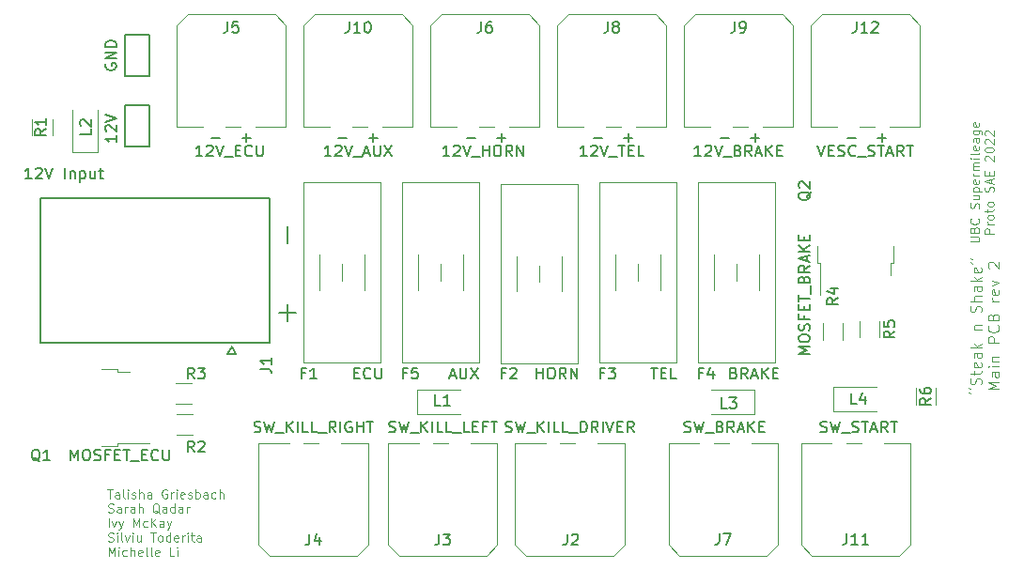
<source format=gbr>
%TF.GenerationSoftware,KiCad,Pcbnew,(5.1.9-0-10_14)*%
%TF.CreationDate,2022-05-15T18:46:11-07:00*%
%TF.ProjectId,PROTO_PCB_2022,50524f54-4f5f-4504-9342-5f323032322e,rev?*%
%TF.SameCoordinates,Original*%
%TF.FileFunction,Legend,Top*%
%TF.FilePolarity,Positive*%
%FSLAX46Y46*%
G04 Gerber Fmt 4.6, Leading zero omitted, Abs format (unit mm)*
G04 Created by KiCad (PCBNEW (5.1.9-0-10_14)) date 2022-05-15 18:46:11*
%MOMM*%
%LPD*%
G01*
G04 APERTURE LIST*
%ADD10C,0.150000*%
%ADD11C,0.100000*%
%ADD12C,0.200000*%
%ADD13C,0.120000*%
%ADD14C,0.127000*%
G04 APERTURE END LIST*
D10*
X106648476Y-132770571D02*
X106791333Y-132818190D01*
X106838952Y-132865809D01*
X106886571Y-132961047D01*
X106886571Y-133103904D01*
X106838952Y-133199142D01*
X106791333Y-133246761D01*
X106696095Y-133294380D01*
X106315142Y-133294380D01*
X106315142Y-132294380D01*
X106648476Y-132294380D01*
X106743714Y-132342000D01*
X106791333Y-132389619D01*
X106838952Y-132484857D01*
X106838952Y-132580095D01*
X106791333Y-132675333D01*
X106743714Y-132722952D01*
X106648476Y-132770571D01*
X106315142Y-132770571D01*
X107886571Y-133294380D02*
X107553238Y-132818190D01*
X107315142Y-133294380D02*
X107315142Y-132294380D01*
X107696095Y-132294380D01*
X107791333Y-132342000D01*
X107838952Y-132389619D01*
X107886571Y-132484857D01*
X107886571Y-132627714D01*
X107838952Y-132722952D01*
X107791333Y-132770571D01*
X107696095Y-132818190D01*
X107315142Y-132818190D01*
X108267523Y-133008666D02*
X108743714Y-133008666D01*
X108172285Y-133294380D02*
X108505619Y-132294380D01*
X108838952Y-133294380D01*
X109172285Y-133294380D02*
X109172285Y-132294380D01*
X109743714Y-133294380D02*
X109315142Y-132722952D01*
X109743714Y-132294380D02*
X109172285Y-132865809D01*
X110172285Y-132770571D02*
X110505619Y-132770571D01*
X110648476Y-133294380D02*
X110172285Y-133294380D01*
X110172285Y-132294380D01*
X110648476Y-132294380D01*
X99187142Y-132294380D02*
X99758571Y-132294380D01*
X99472857Y-133294380D02*
X99472857Y-132294380D01*
X100091904Y-132770571D02*
X100425238Y-132770571D01*
X100568095Y-133294380D02*
X100091904Y-133294380D01*
X100091904Y-132294380D01*
X100568095Y-132294380D01*
X101472857Y-133294380D02*
X100996666Y-133294380D01*
X100996666Y-132294380D01*
X88844666Y-133294380D02*
X88844666Y-132294380D01*
X88844666Y-132770571D02*
X89416095Y-132770571D01*
X89416095Y-133294380D02*
X89416095Y-132294380D01*
X90082761Y-132294380D02*
X90273238Y-132294380D01*
X90368476Y-132342000D01*
X90463714Y-132437238D01*
X90511333Y-132627714D01*
X90511333Y-132961047D01*
X90463714Y-133151523D01*
X90368476Y-133246761D01*
X90273238Y-133294380D01*
X90082761Y-133294380D01*
X89987523Y-133246761D01*
X89892285Y-133151523D01*
X89844666Y-132961047D01*
X89844666Y-132627714D01*
X89892285Y-132437238D01*
X89987523Y-132342000D01*
X90082761Y-132294380D01*
X91511333Y-133294380D02*
X91178000Y-132818190D01*
X90939904Y-133294380D02*
X90939904Y-132294380D01*
X91320857Y-132294380D01*
X91416095Y-132342000D01*
X91463714Y-132389619D01*
X91511333Y-132484857D01*
X91511333Y-132627714D01*
X91463714Y-132722952D01*
X91416095Y-132770571D01*
X91320857Y-132818190D01*
X90939904Y-132818190D01*
X91939904Y-133294380D02*
X91939904Y-132294380D01*
X92511333Y-133294380D01*
X92511333Y-132294380D01*
X81057904Y-133008666D02*
X81534095Y-133008666D01*
X80962666Y-133294380D02*
X81296000Y-132294380D01*
X81629333Y-133294380D01*
X81962666Y-132294380D02*
X81962666Y-133103904D01*
X82010285Y-133199142D01*
X82057904Y-133246761D01*
X82153142Y-133294380D01*
X82343619Y-133294380D01*
X82438857Y-133246761D01*
X82486476Y-133199142D01*
X82534095Y-133103904D01*
X82534095Y-132294380D01*
X82915047Y-132294380D02*
X83581714Y-133294380D01*
X83581714Y-132294380D02*
X82915047Y-133294380D01*
X72421904Y-132770571D02*
X72755238Y-132770571D01*
X72898095Y-133294380D02*
X72421904Y-133294380D01*
X72421904Y-132294380D01*
X72898095Y-132294380D01*
X73898095Y-133199142D02*
X73850476Y-133246761D01*
X73707619Y-133294380D01*
X73612380Y-133294380D01*
X73469523Y-133246761D01*
X73374285Y-133151523D01*
X73326666Y-133056285D01*
X73279047Y-132865809D01*
X73279047Y-132722952D01*
X73326666Y-132532476D01*
X73374285Y-132437238D01*
X73469523Y-132342000D01*
X73612380Y-132294380D01*
X73707619Y-132294380D01*
X73850476Y-132342000D01*
X73898095Y-132389619D01*
X74326666Y-132294380D02*
X74326666Y-133103904D01*
X74374285Y-133199142D01*
X74421904Y-133246761D01*
X74517142Y-133294380D01*
X74707619Y-133294380D01*
X74802857Y-133246761D01*
X74850476Y-133199142D01*
X74898095Y-133103904D01*
X74898095Y-132294380D01*
D11*
X50179190Y-143265904D02*
X50636333Y-143265904D01*
X50407761Y-144065904D02*
X50407761Y-143265904D01*
X51245857Y-144065904D02*
X51245857Y-143646857D01*
X51207761Y-143570666D01*
X51131571Y-143532571D01*
X50979190Y-143532571D01*
X50903000Y-143570666D01*
X51245857Y-144027809D02*
X51169666Y-144065904D01*
X50979190Y-144065904D01*
X50903000Y-144027809D01*
X50864904Y-143951619D01*
X50864904Y-143875428D01*
X50903000Y-143799238D01*
X50979190Y-143761142D01*
X51169666Y-143761142D01*
X51245857Y-143723047D01*
X51741095Y-144065904D02*
X51664904Y-144027809D01*
X51626809Y-143951619D01*
X51626809Y-143265904D01*
X52045857Y-144065904D02*
X52045857Y-143532571D01*
X52045857Y-143265904D02*
X52007761Y-143304000D01*
X52045857Y-143342095D01*
X52083952Y-143304000D01*
X52045857Y-143265904D01*
X52045857Y-143342095D01*
X52388714Y-144027809D02*
X52464904Y-144065904D01*
X52617285Y-144065904D01*
X52693476Y-144027809D01*
X52731571Y-143951619D01*
X52731571Y-143913523D01*
X52693476Y-143837333D01*
X52617285Y-143799238D01*
X52503000Y-143799238D01*
X52426809Y-143761142D01*
X52388714Y-143684952D01*
X52388714Y-143646857D01*
X52426809Y-143570666D01*
X52503000Y-143532571D01*
X52617285Y-143532571D01*
X52693476Y-143570666D01*
X53074428Y-144065904D02*
X53074428Y-143265904D01*
X53417285Y-144065904D02*
X53417285Y-143646857D01*
X53379190Y-143570666D01*
X53303000Y-143532571D01*
X53188714Y-143532571D01*
X53112523Y-143570666D01*
X53074428Y-143608761D01*
X54141095Y-144065904D02*
X54141095Y-143646857D01*
X54103000Y-143570666D01*
X54026809Y-143532571D01*
X53874428Y-143532571D01*
X53798238Y-143570666D01*
X54141095Y-144027809D02*
X54064904Y-144065904D01*
X53874428Y-144065904D01*
X53798238Y-144027809D01*
X53760142Y-143951619D01*
X53760142Y-143875428D01*
X53798238Y-143799238D01*
X53874428Y-143761142D01*
X54064904Y-143761142D01*
X54141095Y-143723047D01*
X55550619Y-143304000D02*
X55474428Y-143265904D01*
X55360142Y-143265904D01*
X55245857Y-143304000D01*
X55169666Y-143380190D01*
X55131571Y-143456380D01*
X55093476Y-143608761D01*
X55093476Y-143723047D01*
X55131571Y-143875428D01*
X55169666Y-143951619D01*
X55245857Y-144027809D01*
X55360142Y-144065904D01*
X55436333Y-144065904D01*
X55550619Y-144027809D01*
X55588714Y-143989714D01*
X55588714Y-143723047D01*
X55436333Y-143723047D01*
X55931571Y-144065904D02*
X55931571Y-143532571D01*
X55931571Y-143684952D02*
X55969666Y-143608761D01*
X56007761Y-143570666D01*
X56083952Y-143532571D01*
X56160142Y-143532571D01*
X56426809Y-144065904D02*
X56426809Y-143532571D01*
X56426809Y-143265904D02*
X56388714Y-143304000D01*
X56426809Y-143342095D01*
X56464904Y-143304000D01*
X56426809Y-143265904D01*
X56426809Y-143342095D01*
X57112523Y-144027809D02*
X57036333Y-144065904D01*
X56883952Y-144065904D01*
X56807761Y-144027809D01*
X56769666Y-143951619D01*
X56769666Y-143646857D01*
X56807761Y-143570666D01*
X56883952Y-143532571D01*
X57036333Y-143532571D01*
X57112523Y-143570666D01*
X57150619Y-143646857D01*
X57150619Y-143723047D01*
X56769666Y-143799238D01*
X57455380Y-144027809D02*
X57531571Y-144065904D01*
X57683952Y-144065904D01*
X57760142Y-144027809D01*
X57798238Y-143951619D01*
X57798238Y-143913523D01*
X57760142Y-143837333D01*
X57683952Y-143799238D01*
X57569666Y-143799238D01*
X57493476Y-143761142D01*
X57455380Y-143684952D01*
X57455380Y-143646857D01*
X57493476Y-143570666D01*
X57569666Y-143532571D01*
X57683952Y-143532571D01*
X57760142Y-143570666D01*
X58141095Y-144065904D02*
X58141095Y-143265904D01*
X58141095Y-143570666D02*
X58217285Y-143532571D01*
X58369666Y-143532571D01*
X58445857Y-143570666D01*
X58483952Y-143608761D01*
X58522047Y-143684952D01*
X58522047Y-143913523D01*
X58483952Y-143989714D01*
X58445857Y-144027809D01*
X58369666Y-144065904D01*
X58217285Y-144065904D01*
X58141095Y-144027809D01*
X59207761Y-144065904D02*
X59207761Y-143646857D01*
X59169666Y-143570666D01*
X59093476Y-143532571D01*
X58941095Y-143532571D01*
X58864904Y-143570666D01*
X59207761Y-144027809D02*
X59131571Y-144065904D01*
X58941095Y-144065904D01*
X58864904Y-144027809D01*
X58826809Y-143951619D01*
X58826809Y-143875428D01*
X58864904Y-143799238D01*
X58941095Y-143761142D01*
X59131571Y-143761142D01*
X59207761Y-143723047D01*
X59931571Y-144027809D02*
X59855380Y-144065904D01*
X59703000Y-144065904D01*
X59626809Y-144027809D01*
X59588714Y-143989714D01*
X59550619Y-143913523D01*
X59550619Y-143684952D01*
X59588714Y-143608761D01*
X59626809Y-143570666D01*
X59703000Y-143532571D01*
X59855380Y-143532571D01*
X59931571Y-143570666D01*
X60274428Y-144065904D02*
X60274428Y-143265904D01*
X60617285Y-144065904D02*
X60617285Y-143646857D01*
X60579190Y-143570666D01*
X60503000Y-143532571D01*
X60388714Y-143532571D01*
X60312523Y-143570666D01*
X60274428Y-143608761D01*
X50255380Y-145327809D02*
X50369666Y-145365904D01*
X50560142Y-145365904D01*
X50636333Y-145327809D01*
X50674428Y-145289714D01*
X50712523Y-145213523D01*
X50712523Y-145137333D01*
X50674428Y-145061142D01*
X50636333Y-145023047D01*
X50560142Y-144984952D01*
X50407761Y-144946857D01*
X50331571Y-144908761D01*
X50293476Y-144870666D01*
X50255380Y-144794476D01*
X50255380Y-144718285D01*
X50293476Y-144642095D01*
X50331571Y-144604000D01*
X50407761Y-144565904D01*
X50598238Y-144565904D01*
X50712523Y-144604000D01*
X51398238Y-145365904D02*
X51398238Y-144946857D01*
X51360142Y-144870666D01*
X51283952Y-144832571D01*
X51131571Y-144832571D01*
X51055380Y-144870666D01*
X51398238Y-145327809D02*
X51322047Y-145365904D01*
X51131571Y-145365904D01*
X51055380Y-145327809D01*
X51017285Y-145251619D01*
X51017285Y-145175428D01*
X51055380Y-145099238D01*
X51131571Y-145061142D01*
X51322047Y-145061142D01*
X51398238Y-145023047D01*
X51779190Y-145365904D02*
X51779190Y-144832571D01*
X51779190Y-144984952D02*
X51817285Y-144908761D01*
X51855380Y-144870666D01*
X51931571Y-144832571D01*
X52007761Y-144832571D01*
X52617285Y-145365904D02*
X52617285Y-144946857D01*
X52579190Y-144870666D01*
X52503000Y-144832571D01*
X52350619Y-144832571D01*
X52274428Y-144870666D01*
X52617285Y-145327809D02*
X52541095Y-145365904D01*
X52350619Y-145365904D01*
X52274428Y-145327809D01*
X52236333Y-145251619D01*
X52236333Y-145175428D01*
X52274428Y-145099238D01*
X52350619Y-145061142D01*
X52541095Y-145061142D01*
X52617285Y-145023047D01*
X52998238Y-145365904D02*
X52998238Y-144565904D01*
X53341095Y-145365904D02*
X53341095Y-144946857D01*
X53303000Y-144870666D01*
X53226809Y-144832571D01*
X53112523Y-144832571D01*
X53036333Y-144870666D01*
X52998238Y-144908761D01*
X54864904Y-145442095D02*
X54788714Y-145404000D01*
X54712523Y-145327809D01*
X54598238Y-145213523D01*
X54522047Y-145175428D01*
X54445857Y-145175428D01*
X54483952Y-145365904D02*
X54407761Y-145327809D01*
X54331571Y-145251619D01*
X54293476Y-145099238D01*
X54293476Y-144832571D01*
X54331571Y-144680190D01*
X54407761Y-144604000D01*
X54483952Y-144565904D01*
X54636333Y-144565904D01*
X54712523Y-144604000D01*
X54788714Y-144680190D01*
X54826809Y-144832571D01*
X54826809Y-145099238D01*
X54788714Y-145251619D01*
X54712523Y-145327809D01*
X54636333Y-145365904D01*
X54483952Y-145365904D01*
X55512523Y-145365904D02*
X55512523Y-144946857D01*
X55474428Y-144870666D01*
X55398238Y-144832571D01*
X55245857Y-144832571D01*
X55169666Y-144870666D01*
X55512523Y-145327809D02*
X55436333Y-145365904D01*
X55245857Y-145365904D01*
X55169666Y-145327809D01*
X55131571Y-145251619D01*
X55131571Y-145175428D01*
X55169666Y-145099238D01*
X55245857Y-145061142D01*
X55436333Y-145061142D01*
X55512523Y-145023047D01*
X56236333Y-145365904D02*
X56236333Y-144565904D01*
X56236333Y-145327809D02*
X56160142Y-145365904D01*
X56007761Y-145365904D01*
X55931571Y-145327809D01*
X55893476Y-145289714D01*
X55855380Y-145213523D01*
X55855380Y-144984952D01*
X55893476Y-144908761D01*
X55931571Y-144870666D01*
X56007761Y-144832571D01*
X56160142Y-144832571D01*
X56236333Y-144870666D01*
X56960142Y-145365904D02*
X56960142Y-144946857D01*
X56922047Y-144870666D01*
X56845857Y-144832571D01*
X56693476Y-144832571D01*
X56617285Y-144870666D01*
X56960142Y-145327809D02*
X56883952Y-145365904D01*
X56693476Y-145365904D01*
X56617285Y-145327809D01*
X56579190Y-145251619D01*
X56579190Y-145175428D01*
X56617285Y-145099238D01*
X56693476Y-145061142D01*
X56883952Y-145061142D01*
X56960142Y-145023047D01*
X57341095Y-145365904D02*
X57341095Y-144832571D01*
X57341095Y-144984952D02*
X57379190Y-144908761D01*
X57417285Y-144870666D01*
X57493476Y-144832571D01*
X57569666Y-144832571D01*
X50293476Y-146665904D02*
X50293476Y-145865904D01*
X50598238Y-146132571D02*
X50788714Y-146665904D01*
X50979190Y-146132571D01*
X51207761Y-146132571D02*
X51398238Y-146665904D01*
X51588714Y-146132571D02*
X51398238Y-146665904D01*
X51322047Y-146856380D01*
X51283952Y-146894476D01*
X51207761Y-146932571D01*
X52503000Y-146665904D02*
X52503000Y-145865904D01*
X52769666Y-146437333D01*
X53036333Y-145865904D01*
X53036333Y-146665904D01*
X53760142Y-146627809D02*
X53683952Y-146665904D01*
X53531571Y-146665904D01*
X53455380Y-146627809D01*
X53417285Y-146589714D01*
X53379190Y-146513523D01*
X53379190Y-146284952D01*
X53417285Y-146208761D01*
X53455380Y-146170666D01*
X53531571Y-146132571D01*
X53683952Y-146132571D01*
X53760142Y-146170666D01*
X54103000Y-146665904D02*
X54103000Y-145865904D01*
X54560142Y-146665904D02*
X54217285Y-146208761D01*
X54560142Y-145865904D02*
X54103000Y-146323047D01*
X55245857Y-146665904D02*
X55245857Y-146246857D01*
X55207761Y-146170666D01*
X55131571Y-146132571D01*
X54979190Y-146132571D01*
X54903000Y-146170666D01*
X55245857Y-146627809D02*
X55169666Y-146665904D01*
X54979190Y-146665904D01*
X54903000Y-146627809D01*
X54864904Y-146551619D01*
X54864904Y-146475428D01*
X54903000Y-146399238D01*
X54979190Y-146361142D01*
X55169666Y-146361142D01*
X55245857Y-146323047D01*
X55550619Y-146132571D02*
X55741095Y-146665904D01*
X55931571Y-146132571D02*
X55741095Y-146665904D01*
X55664904Y-146856380D01*
X55626809Y-146894476D01*
X55550619Y-146932571D01*
X50255380Y-147927809D02*
X50369666Y-147965904D01*
X50560142Y-147965904D01*
X50636333Y-147927809D01*
X50674428Y-147889714D01*
X50712523Y-147813523D01*
X50712523Y-147737333D01*
X50674428Y-147661142D01*
X50636333Y-147623047D01*
X50560142Y-147584952D01*
X50407761Y-147546857D01*
X50331571Y-147508761D01*
X50293476Y-147470666D01*
X50255380Y-147394476D01*
X50255380Y-147318285D01*
X50293476Y-147242095D01*
X50331571Y-147204000D01*
X50407761Y-147165904D01*
X50598238Y-147165904D01*
X50712523Y-147204000D01*
X51055380Y-147965904D02*
X51055380Y-147432571D01*
X51055380Y-147165904D02*
X51017285Y-147204000D01*
X51055380Y-147242095D01*
X51093476Y-147204000D01*
X51055380Y-147165904D01*
X51055380Y-147242095D01*
X51550619Y-147965904D02*
X51474428Y-147927809D01*
X51436333Y-147851619D01*
X51436333Y-147165904D01*
X51779190Y-147432571D02*
X51969666Y-147965904D01*
X52160142Y-147432571D01*
X52464904Y-147965904D02*
X52464904Y-147432571D01*
X52464904Y-147165904D02*
X52426809Y-147204000D01*
X52464904Y-147242095D01*
X52503000Y-147204000D01*
X52464904Y-147165904D01*
X52464904Y-147242095D01*
X53188714Y-147432571D02*
X53188714Y-147965904D01*
X52845857Y-147432571D02*
X52845857Y-147851619D01*
X52883952Y-147927809D01*
X52960142Y-147965904D01*
X53074428Y-147965904D01*
X53150619Y-147927809D01*
X53188714Y-147889714D01*
X54064904Y-147165904D02*
X54522047Y-147165904D01*
X54293476Y-147965904D02*
X54293476Y-147165904D01*
X54903000Y-147965904D02*
X54826809Y-147927809D01*
X54788714Y-147889714D01*
X54750619Y-147813523D01*
X54750619Y-147584952D01*
X54788714Y-147508761D01*
X54826809Y-147470666D01*
X54903000Y-147432571D01*
X55017285Y-147432571D01*
X55093476Y-147470666D01*
X55131571Y-147508761D01*
X55169666Y-147584952D01*
X55169666Y-147813523D01*
X55131571Y-147889714D01*
X55093476Y-147927809D01*
X55017285Y-147965904D01*
X54903000Y-147965904D01*
X55855380Y-147965904D02*
X55855380Y-147165904D01*
X55855380Y-147927809D02*
X55779190Y-147965904D01*
X55626809Y-147965904D01*
X55550619Y-147927809D01*
X55512523Y-147889714D01*
X55474428Y-147813523D01*
X55474428Y-147584952D01*
X55512523Y-147508761D01*
X55550619Y-147470666D01*
X55626809Y-147432571D01*
X55779190Y-147432571D01*
X55855380Y-147470666D01*
X56541095Y-147927809D02*
X56464904Y-147965904D01*
X56312523Y-147965904D01*
X56236333Y-147927809D01*
X56198238Y-147851619D01*
X56198238Y-147546857D01*
X56236333Y-147470666D01*
X56312523Y-147432571D01*
X56464904Y-147432571D01*
X56541095Y-147470666D01*
X56579190Y-147546857D01*
X56579190Y-147623047D01*
X56198238Y-147699238D01*
X56922047Y-147965904D02*
X56922047Y-147432571D01*
X56922047Y-147584952D02*
X56960142Y-147508761D01*
X56998238Y-147470666D01*
X57074428Y-147432571D01*
X57150619Y-147432571D01*
X57417285Y-147965904D02*
X57417285Y-147432571D01*
X57417285Y-147165904D02*
X57379190Y-147204000D01*
X57417285Y-147242095D01*
X57455380Y-147204000D01*
X57417285Y-147165904D01*
X57417285Y-147242095D01*
X57683952Y-147432571D02*
X57988714Y-147432571D01*
X57798238Y-147165904D02*
X57798238Y-147851619D01*
X57836333Y-147927809D01*
X57912523Y-147965904D01*
X57988714Y-147965904D01*
X58598238Y-147965904D02*
X58598238Y-147546857D01*
X58560142Y-147470666D01*
X58483952Y-147432571D01*
X58331571Y-147432571D01*
X58255380Y-147470666D01*
X58598238Y-147927809D02*
X58522047Y-147965904D01*
X58331571Y-147965904D01*
X58255380Y-147927809D01*
X58217285Y-147851619D01*
X58217285Y-147775428D01*
X58255380Y-147699238D01*
X58331571Y-147661142D01*
X58522047Y-147661142D01*
X58598238Y-147623047D01*
X50293476Y-149265904D02*
X50293476Y-148465904D01*
X50560142Y-149037333D01*
X50826809Y-148465904D01*
X50826809Y-149265904D01*
X51207761Y-149265904D02*
X51207761Y-148732571D01*
X51207761Y-148465904D02*
X51169666Y-148504000D01*
X51207761Y-148542095D01*
X51245857Y-148504000D01*
X51207761Y-148465904D01*
X51207761Y-148542095D01*
X51931571Y-149227809D02*
X51855380Y-149265904D01*
X51703000Y-149265904D01*
X51626809Y-149227809D01*
X51588714Y-149189714D01*
X51550619Y-149113523D01*
X51550619Y-148884952D01*
X51588714Y-148808761D01*
X51626809Y-148770666D01*
X51703000Y-148732571D01*
X51855380Y-148732571D01*
X51931571Y-148770666D01*
X52274428Y-149265904D02*
X52274428Y-148465904D01*
X52617285Y-149265904D02*
X52617285Y-148846857D01*
X52579190Y-148770666D01*
X52503000Y-148732571D01*
X52388714Y-148732571D01*
X52312523Y-148770666D01*
X52274428Y-148808761D01*
X53303000Y-149227809D02*
X53226809Y-149265904D01*
X53074428Y-149265904D01*
X52998238Y-149227809D01*
X52960142Y-149151619D01*
X52960142Y-148846857D01*
X52998238Y-148770666D01*
X53074428Y-148732571D01*
X53226809Y-148732571D01*
X53303000Y-148770666D01*
X53341095Y-148846857D01*
X53341095Y-148923047D01*
X52960142Y-148999238D01*
X53798238Y-149265904D02*
X53722047Y-149227809D01*
X53683952Y-149151619D01*
X53683952Y-148465904D01*
X54217285Y-149265904D02*
X54141095Y-149227809D01*
X54103000Y-149151619D01*
X54103000Y-148465904D01*
X54826809Y-149227809D02*
X54750619Y-149265904D01*
X54598238Y-149265904D01*
X54522047Y-149227809D01*
X54483952Y-149151619D01*
X54483952Y-148846857D01*
X54522047Y-148770666D01*
X54598238Y-148732571D01*
X54750619Y-148732571D01*
X54826809Y-148770666D01*
X54864904Y-148846857D01*
X54864904Y-148923047D01*
X54483952Y-148999238D01*
X56198238Y-149265904D02*
X55817285Y-149265904D01*
X55817285Y-148465904D01*
X56464904Y-149265904D02*
X56464904Y-148732571D01*
X56464904Y-148465904D02*
X56426809Y-148504000D01*
X56464904Y-148542095D01*
X56503000Y-148504000D01*
X56464904Y-148465904D01*
X56464904Y-148542095D01*
D10*
X116856095Y-111577428D02*
X117618000Y-111577428D01*
X119618000Y-111577428D02*
X120379904Y-111577428D01*
X119998952Y-111958380D02*
X119998952Y-111196476D01*
D12*
X66405142Y-119539285D02*
X66405142Y-121063095D01*
X66405142Y-126586904D02*
X66405142Y-128110714D01*
X65643238Y-127348809D02*
X67167047Y-127348809D01*
D10*
X43347047Y-115260380D02*
X42775619Y-115260380D01*
X43061333Y-115260380D02*
X43061333Y-114260380D01*
X42966095Y-114403238D01*
X42870857Y-114498476D01*
X42775619Y-114546095D01*
X43728000Y-114355619D02*
X43775619Y-114308000D01*
X43870857Y-114260380D01*
X44108952Y-114260380D01*
X44204190Y-114308000D01*
X44251809Y-114355619D01*
X44299428Y-114450857D01*
X44299428Y-114546095D01*
X44251809Y-114688952D01*
X43680380Y-115260380D01*
X44299428Y-115260380D01*
X44585142Y-114260380D02*
X44918476Y-115260380D01*
X45251809Y-114260380D01*
X46347047Y-115260380D02*
X46347047Y-114260380D01*
X46823238Y-114593714D02*
X46823238Y-115260380D01*
X46823238Y-114688952D02*
X46870857Y-114641333D01*
X46966095Y-114593714D01*
X47108952Y-114593714D01*
X47204190Y-114641333D01*
X47251809Y-114736571D01*
X47251809Y-115260380D01*
X47728000Y-114593714D02*
X47728000Y-115593714D01*
X47728000Y-114641333D02*
X47823238Y-114593714D01*
X48013714Y-114593714D01*
X48108952Y-114641333D01*
X48156571Y-114688952D01*
X48204190Y-114784190D01*
X48204190Y-115069904D01*
X48156571Y-115165142D01*
X48108952Y-115212761D01*
X48013714Y-115260380D01*
X47823238Y-115260380D01*
X47728000Y-115212761D01*
X49061333Y-114593714D02*
X49061333Y-115260380D01*
X48632761Y-114593714D02*
X48632761Y-115117523D01*
X48680380Y-115212761D01*
X48775619Y-115260380D01*
X48918476Y-115260380D01*
X49013714Y-115212761D01*
X49061333Y-115165142D01*
X49394666Y-114593714D02*
X49775619Y-114593714D01*
X49537523Y-114260380D02*
X49537523Y-115117523D01*
X49585142Y-115212761D01*
X49680380Y-115260380D01*
X49775619Y-115260380D01*
X59579095Y-111577428D02*
X60341000Y-111577428D01*
X62341000Y-111577428D02*
X63102904Y-111577428D01*
X62721952Y-111958380D02*
X62721952Y-111196476D01*
X105426095Y-111577428D02*
X106188000Y-111577428D01*
X108188000Y-111577428D02*
X108949904Y-111577428D01*
X108568952Y-111958380D02*
X108568952Y-111196476D01*
X93996095Y-111577428D02*
X94758000Y-111577428D01*
X96758000Y-111577428D02*
X97519904Y-111577428D01*
X97138952Y-111958380D02*
X97138952Y-111196476D01*
X71009095Y-111577428D02*
X71771000Y-111577428D01*
X73771000Y-111577428D02*
X74532904Y-111577428D01*
X74151952Y-111958380D02*
X74151952Y-111196476D01*
X82566095Y-111577428D02*
X83328000Y-111577428D01*
X85328000Y-111577428D02*
X86089904Y-111577428D01*
X85708952Y-111958380D02*
X85708952Y-111196476D01*
X70342428Y-113228380D02*
X69771000Y-113228380D01*
X70056714Y-113228380D02*
X70056714Y-112228380D01*
X69961476Y-112371238D01*
X69866238Y-112466476D01*
X69771000Y-112514095D01*
X70723380Y-112323619D02*
X70771000Y-112276000D01*
X70866238Y-112228380D01*
X71104333Y-112228380D01*
X71199571Y-112276000D01*
X71247190Y-112323619D01*
X71294809Y-112418857D01*
X71294809Y-112514095D01*
X71247190Y-112656952D01*
X70675761Y-113228380D01*
X71294809Y-113228380D01*
X71580523Y-112228380D02*
X71913857Y-113228380D01*
X72247190Y-112228380D01*
X72342428Y-113323619D02*
X73104333Y-113323619D01*
X73294809Y-112942666D02*
X73771000Y-112942666D01*
X73199571Y-113228380D02*
X73532904Y-112228380D01*
X73866238Y-113228380D01*
X74199571Y-112228380D02*
X74199571Y-113037904D01*
X74247190Y-113133142D01*
X74294809Y-113180761D01*
X74390047Y-113228380D01*
X74580523Y-113228380D01*
X74675761Y-113180761D01*
X74723380Y-113133142D01*
X74771000Y-113037904D01*
X74771000Y-112228380D01*
X75151952Y-112228380D02*
X75818619Y-113228380D01*
X75818619Y-112228380D02*
X75151952Y-113228380D01*
D11*
X127986000Y-134238285D02*
X127938380Y-134238285D01*
X127843142Y-134190666D01*
X127795523Y-134143047D01*
X127986000Y-134619238D02*
X127938380Y-134619238D01*
X127843142Y-134571619D01*
X127795523Y-134524000D01*
X128890761Y-133809714D02*
X128938380Y-133666857D01*
X128938380Y-133428761D01*
X128890761Y-133333523D01*
X128843142Y-133285904D01*
X128747904Y-133238285D01*
X128652666Y-133238285D01*
X128557428Y-133285904D01*
X128509809Y-133333523D01*
X128462190Y-133428761D01*
X128414571Y-133619238D01*
X128366952Y-133714476D01*
X128319333Y-133762095D01*
X128224095Y-133809714D01*
X128128857Y-133809714D01*
X128033619Y-133762095D01*
X127986000Y-133714476D01*
X127938380Y-133619238D01*
X127938380Y-133381142D01*
X127986000Y-133238285D01*
X128271714Y-132952571D02*
X128271714Y-132571619D01*
X127938380Y-132809714D02*
X128795523Y-132809714D01*
X128890761Y-132762095D01*
X128938380Y-132666857D01*
X128938380Y-132571619D01*
X128890761Y-131857333D02*
X128938380Y-131952571D01*
X128938380Y-132143047D01*
X128890761Y-132238285D01*
X128795523Y-132285904D01*
X128414571Y-132285904D01*
X128319333Y-132238285D01*
X128271714Y-132143047D01*
X128271714Y-131952571D01*
X128319333Y-131857333D01*
X128414571Y-131809714D01*
X128509809Y-131809714D01*
X128605047Y-132285904D01*
X128938380Y-130952571D02*
X128414571Y-130952571D01*
X128319333Y-131000190D01*
X128271714Y-131095428D01*
X128271714Y-131285904D01*
X128319333Y-131381142D01*
X128890761Y-130952571D02*
X128938380Y-131047809D01*
X128938380Y-131285904D01*
X128890761Y-131381142D01*
X128795523Y-131428761D01*
X128700285Y-131428761D01*
X128605047Y-131381142D01*
X128557428Y-131285904D01*
X128557428Y-131047809D01*
X128509809Y-130952571D01*
X128938380Y-130476380D02*
X127938380Y-130476380D01*
X128557428Y-130381142D02*
X128938380Y-130095428D01*
X128271714Y-130095428D02*
X128652666Y-130476380D01*
X128271714Y-128904952D02*
X128938380Y-128904952D01*
X128366952Y-128904952D02*
X128319333Y-128857333D01*
X128271714Y-128762095D01*
X128271714Y-128619238D01*
X128319333Y-128524000D01*
X128414571Y-128476380D01*
X128938380Y-128476380D01*
X128890761Y-127285904D02*
X128938380Y-127143047D01*
X128938380Y-126904952D01*
X128890761Y-126809714D01*
X128843142Y-126762095D01*
X128747904Y-126714476D01*
X128652666Y-126714476D01*
X128557428Y-126762095D01*
X128509809Y-126809714D01*
X128462190Y-126904952D01*
X128414571Y-127095428D01*
X128366952Y-127190666D01*
X128319333Y-127238285D01*
X128224095Y-127285904D01*
X128128857Y-127285904D01*
X128033619Y-127238285D01*
X127986000Y-127190666D01*
X127938380Y-127095428D01*
X127938380Y-126857333D01*
X127986000Y-126714476D01*
X128938380Y-126285904D02*
X127938380Y-126285904D01*
X128938380Y-125857333D02*
X128414571Y-125857333D01*
X128319333Y-125904952D01*
X128271714Y-126000190D01*
X128271714Y-126143047D01*
X128319333Y-126238285D01*
X128366952Y-126285904D01*
X128938380Y-124952571D02*
X128414571Y-124952571D01*
X128319333Y-125000190D01*
X128271714Y-125095428D01*
X128271714Y-125285904D01*
X128319333Y-125381142D01*
X128890761Y-124952571D02*
X128938380Y-125047809D01*
X128938380Y-125285904D01*
X128890761Y-125381142D01*
X128795523Y-125428761D01*
X128700285Y-125428761D01*
X128605047Y-125381142D01*
X128557428Y-125285904D01*
X128557428Y-125047809D01*
X128509809Y-124952571D01*
X128938380Y-124476380D02*
X127938380Y-124476380D01*
X128557428Y-124381142D02*
X128938380Y-124095428D01*
X128271714Y-124095428D02*
X128652666Y-124476380D01*
X128890761Y-123285904D02*
X128938380Y-123381142D01*
X128938380Y-123571619D01*
X128890761Y-123666857D01*
X128795523Y-123714476D01*
X128414571Y-123714476D01*
X128319333Y-123666857D01*
X128271714Y-123571619D01*
X128271714Y-123381142D01*
X128319333Y-123285904D01*
X128414571Y-123238285D01*
X128509809Y-123238285D01*
X128605047Y-123714476D01*
X127938380Y-122809714D02*
X127986000Y-122809714D01*
X128081238Y-122857333D01*
X128128857Y-122904952D01*
X127938380Y-122428761D02*
X127986000Y-122428761D01*
X128081238Y-122476380D01*
X128128857Y-122524000D01*
X130538380Y-134238285D02*
X129538380Y-134238285D01*
X130252666Y-133904952D01*
X129538380Y-133571619D01*
X130538380Y-133571619D01*
X130538380Y-132666857D02*
X130014571Y-132666857D01*
X129919333Y-132714476D01*
X129871714Y-132809714D01*
X129871714Y-133000190D01*
X129919333Y-133095428D01*
X130490761Y-132666857D02*
X130538380Y-132762095D01*
X130538380Y-133000190D01*
X130490761Y-133095428D01*
X130395523Y-133143047D01*
X130300285Y-133143047D01*
X130205047Y-133095428D01*
X130157428Y-133000190D01*
X130157428Y-132762095D01*
X130109809Y-132666857D01*
X130538380Y-132190666D02*
X129871714Y-132190666D01*
X129538380Y-132190666D02*
X129586000Y-132238285D01*
X129633619Y-132190666D01*
X129586000Y-132143047D01*
X129538380Y-132190666D01*
X129633619Y-132190666D01*
X129871714Y-131714476D02*
X130538380Y-131714476D01*
X129966952Y-131714476D02*
X129919333Y-131666857D01*
X129871714Y-131571619D01*
X129871714Y-131428761D01*
X129919333Y-131333523D01*
X130014571Y-131285904D01*
X130538380Y-131285904D01*
X130538380Y-130047809D02*
X129538380Y-130047809D01*
X129538380Y-129666857D01*
X129586000Y-129571619D01*
X129633619Y-129524000D01*
X129728857Y-129476380D01*
X129871714Y-129476380D01*
X129966952Y-129524000D01*
X130014571Y-129571619D01*
X130062190Y-129666857D01*
X130062190Y-130047809D01*
X130443142Y-128476380D02*
X130490761Y-128524000D01*
X130538380Y-128666857D01*
X130538380Y-128762095D01*
X130490761Y-128904952D01*
X130395523Y-129000190D01*
X130300285Y-129047809D01*
X130109809Y-129095428D01*
X129966952Y-129095428D01*
X129776476Y-129047809D01*
X129681238Y-129000190D01*
X129586000Y-128904952D01*
X129538380Y-128762095D01*
X129538380Y-128666857D01*
X129586000Y-128524000D01*
X129633619Y-128476380D01*
X130014571Y-127714476D02*
X130062190Y-127571619D01*
X130109809Y-127524000D01*
X130205047Y-127476380D01*
X130347904Y-127476380D01*
X130443142Y-127524000D01*
X130490761Y-127571619D01*
X130538380Y-127666857D01*
X130538380Y-128047809D01*
X129538380Y-128047809D01*
X129538380Y-127714476D01*
X129586000Y-127619238D01*
X129633619Y-127571619D01*
X129728857Y-127524000D01*
X129824095Y-127524000D01*
X129919333Y-127571619D01*
X129966952Y-127619238D01*
X130014571Y-127714476D01*
X130014571Y-128047809D01*
X130538380Y-126285904D02*
X129871714Y-126285904D01*
X130062190Y-126285904D02*
X129966952Y-126238285D01*
X129919333Y-126190666D01*
X129871714Y-126095428D01*
X129871714Y-126000190D01*
X130490761Y-125285904D02*
X130538380Y-125381142D01*
X130538380Y-125571619D01*
X130490761Y-125666857D01*
X130395523Y-125714476D01*
X130014571Y-125714476D01*
X129919333Y-125666857D01*
X129871714Y-125571619D01*
X129871714Y-125381142D01*
X129919333Y-125285904D01*
X130014571Y-125238285D01*
X130109809Y-125238285D01*
X130205047Y-125714476D01*
X129871714Y-124904952D02*
X130538380Y-124666857D01*
X129871714Y-124428761D01*
X129633619Y-123333523D02*
X129586000Y-123285904D01*
X129538380Y-123190666D01*
X129538380Y-122952571D01*
X129586000Y-122857333D01*
X129633619Y-122809714D01*
X129728857Y-122762095D01*
X129824095Y-122762095D01*
X129966952Y-122809714D01*
X130538380Y-123381142D01*
X130538380Y-122762095D01*
X127943904Y-120941428D02*
X128591523Y-120941428D01*
X128667714Y-120903333D01*
X128705809Y-120865238D01*
X128743904Y-120789047D01*
X128743904Y-120636666D01*
X128705809Y-120560476D01*
X128667714Y-120522380D01*
X128591523Y-120484285D01*
X127943904Y-120484285D01*
X128324857Y-119836666D02*
X128362952Y-119722380D01*
X128401047Y-119684285D01*
X128477238Y-119646190D01*
X128591523Y-119646190D01*
X128667714Y-119684285D01*
X128705809Y-119722380D01*
X128743904Y-119798571D01*
X128743904Y-120103333D01*
X127943904Y-120103333D01*
X127943904Y-119836666D01*
X127982000Y-119760476D01*
X128020095Y-119722380D01*
X128096285Y-119684285D01*
X128172476Y-119684285D01*
X128248666Y-119722380D01*
X128286761Y-119760476D01*
X128324857Y-119836666D01*
X128324857Y-120103333D01*
X128667714Y-118846190D02*
X128705809Y-118884285D01*
X128743904Y-118998571D01*
X128743904Y-119074761D01*
X128705809Y-119189047D01*
X128629619Y-119265238D01*
X128553428Y-119303333D01*
X128401047Y-119341428D01*
X128286761Y-119341428D01*
X128134380Y-119303333D01*
X128058190Y-119265238D01*
X127982000Y-119189047D01*
X127943904Y-119074761D01*
X127943904Y-118998571D01*
X127982000Y-118884285D01*
X128020095Y-118846190D01*
X128705809Y-117931904D02*
X128743904Y-117817619D01*
X128743904Y-117627142D01*
X128705809Y-117550952D01*
X128667714Y-117512857D01*
X128591523Y-117474761D01*
X128515333Y-117474761D01*
X128439142Y-117512857D01*
X128401047Y-117550952D01*
X128362952Y-117627142D01*
X128324857Y-117779523D01*
X128286761Y-117855714D01*
X128248666Y-117893809D01*
X128172476Y-117931904D01*
X128096285Y-117931904D01*
X128020095Y-117893809D01*
X127982000Y-117855714D01*
X127943904Y-117779523D01*
X127943904Y-117589047D01*
X127982000Y-117474761D01*
X128210571Y-116789047D02*
X128743904Y-116789047D01*
X128210571Y-117131904D02*
X128629619Y-117131904D01*
X128705809Y-117093809D01*
X128743904Y-117017619D01*
X128743904Y-116903333D01*
X128705809Y-116827142D01*
X128667714Y-116789047D01*
X128210571Y-116408095D02*
X129010571Y-116408095D01*
X128248666Y-116408095D02*
X128210571Y-116331904D01*
X128210571Y-116179523D01*
X128248666Y-116103333D01*
X128286761Y-116065238D01*
X128362952Y-116027142D01*
X128591523Y-116027142D01*
X128667714Y-116065238D01*
X128705809Y-116103333D01*
X128743904Y-116179523D01*
X128743904Y-116331904D01*
X128705809Y-116408095D01*
X128705809Y-115379523D02*
X128743904Y-115455714D01*
X128743904Y-115608095D01*
X128705809Y-115684285D01*
X128629619Y-115722380D01*
X128324857Y-115722380D01*
X128248666Y-115684285D01*
X128210571Y-115608095D01*
X128210571Y-115455714D01*
X128248666Y-115379523D01*
X128324857Y-115341428D01*
X128401047Y-115341428D01*
X128477238Y-115722380D01*
X128743904Y-114998571D02*
X128210571Y-114998571D01*
X128362952Y-114998571D02*
X128286761Y-114960476D01*
X128248666Y-114922380D01*
X128210571Y-114846190D01*
X128210571Y-114770000D01*
X128743904Y-114503333D02*
X128210571Y-114503333D01*
X128286761Y-114503333D02*
X128248666Y-114465238D01*
X128210571Y-114389047D01*
X128210571Y-114274761D01*
X128248666Y-114198571D01*
X128324857Y-114160476D01*
X128743904Y-114160476D01*
X128324857Y-114160476D02*
X128248666Y-114122380D01*
X128210571Y-114046190D01*
X128210571Y-113931904D01*
X128248666Y-113855714D01*
X128324857Y-113817619D01*
X128743904Y-113817619D01*
X128743904Y-113436666D02*
X128210571Y-113436666D01*
X127943904Y-113436666D02*
X127982000Y-113474761D01*
X128020095Y-113436666D01*
X127982000Y-113398571D01*
X127943904Y-113436666D01*
X128020095Y-113436666D01*
X128743904Y-112941428D02*
X128705809Y-113017619D01*
X128629619Y-113055714D01*
X127943904Y-113055714D01*
X128705809Y-112331904D02*
X128743904Y-112408095D01*
X128743904Y-112560476D01*
X128705809Y-112636666D01*
X128629619Y-112674761D01*
X128324857Y-112674761D01*
X128248666Y-112636666D01*
X128210571Y-112560476D01*
X128210571Y-112408095D01*
X128248666Y-112331904D01*
X128324857Y-112293809D01*
X128401047Y-112293809D01*
X128477238Y-112674761D01*
X128743904Y-111608095D02*
X128324857Y-111608095D01*
X128248666Y-111646190D01*
X128210571Y-111722380D01*
X128210571Y-111874761D01*
X128248666Y-111950952D01*
X128705809Y-111608095D02*
X128743904Y-111684285D01*
X128743904Y-111874761D01*
X128705809Y-111950952D01*
X128629619Y-111989047D01*
X128553428Y-111989047D01*
X128477238Y-111950952D01*
X128439142Y-111874761D01*
X128439142Y-111684285D01*
X128401047Y-111608095D01*
X128210571Y-110884285D02*
X128858190Y-110884285D01*
X128934380Y-110922380D01*
X128972476Y-110960476D01*
X129010571Y-111036666D01*
X129010571Y-111150952D01*
X128972476Y-111227142D01*
X128705809Y-110884285D02*
X128743904Y-110960476D01*
X128743904Y-111112857D01*
X128705809Y-111189047D01*
X128667714Y-111227142D01*
X128591523Y-111265238D01*
X128362952Y-111265238D01*
X128286761Y-111227142D01*
X128248666Y-111189047D01*
X128210571Y-111112857D01*
X128210571Y-110960476D01*
X128248666Y-110884285D01*
X128705809Y-110198571D02*
X128743904Y-110274761D01*
X128743904Y-110427142D01*
X128705809Y-110503333D01*
X128629619Y-110541428D01*
X128324857Y-110541428D01*
X128248666Y-110503333D01*
X128210571Y-110427142D01*
X128210571Y-110274761D01*
X128248666Y-110198571D01*
X128324857Y-110160476D01*
X128401047Y-110160476D01*
X128477238Y-110541428D01*
X130043904Y-120198571D02*
X129243904Y-120198571D01*
X129243904Y-119893809D01*
X129282000Y-119817619D01*
X129320095Y-119779523D01*
X129396285Y-119741428D01*
X129510571Y-119741428D01*
X129586761Y-119779523D01*
X129624857Y-119817619D01*
X129662952Y-119893809D01*
X129662952Y-120198571D01*
X130043904Y-119398571D02*
X129510571Y-119398571D01*
X129662952Y-119398571D02*
X129586761Y-119360476D01*
X129548666Y-119322380D01*
X129510571Y-119246190D01*
X129510571Y-119170000D01*
X130043904Y-118789047D02*
X130005809Y-118865238D01*
X129967714Y-118903333D01*
X129891523Y-118941428D01*
X129662952Y-118941428D01*
X129586761Y-118903333D01*
X129548666Y-118865238D01*
X129510571Y-118789047D01*
X129510571Y-118674761D01*
X129548666Y-118598571D01*
X129586761Y-118560476D01*
X129662952Y-118522380D01*
X129891523Y-118522380D01*
X129967714Y-118560476D01*
X130005809Y-118598571D01*
X130043904Y-118674761D01*
X130043904Y-118789047D01*
X129510571Y-118293809D02*
X129510571Y-117989047D01*
X129243904Y-118179523D02*
X129929619Y-118179523D01*
X130005809Y-118141428D01*
X130043904Y-118065238D01*
X130043904Y-117989047D01*
X130043904Y-117608095D02*
X130005809Y-117684285D01*
X129967714Y-117722380D01*
X129891523Y-117760476D01*
X129662952Y-117760476D01*
X129586761Y-117722380D01*
X129548666Y-117684285D01*
X129510571Y-117608095D01*
X129510571Y-117493809D01*
X129548666Y-117417619D01*
X129586761Y-117379523D01*
X129662952Y-117341428D01*
X129891523Y-117341428D01*
X129967714Y-117379523D01*
X130005809Y-117417619D01*
X130043904Y-117493809D01*
X130043904Y-117608095D01*
X130005809Y-116427142D02*
X130043904Y-116312857D01*
X130043904Y-116122380D01*
X130005809Y-116046190D01*
X129967714Y-116008095D01*
X129891523Y-115970000D01*
X129815333Y-115970000D01*
X129739142Y-116008095D01*
X129701047Y-116046190D01*
X129662952Y-116122380D01*
X129624857Y-116274761D01*
X129586761Y-116350952D01*
X129548666Y-116389047D01*
X129472476Y-116427142D01*
X129396285Y-116427142D01*
X129320095Y-116389047D01*
X129282000Y-116350952D01*
X129243904Y-116274761D01*
X129243904Y-116084285D01*
X129282000Y-115970000D01*
X129815333Y-115665238D02*
X129815333Y-115284285D01*
X130043904Y-115741428D02*
X129243904Y-115474761D01*
X130043904Y-115208095D01*
X129624857Y-114941428D02*
X129624857Y-114674761D01*
X130043904Y-114560476D02*
X130043904Y-114941428D01*
X129243904Y-114941428D01*
X129243904Y-114560476D01*
X129320095Y-113646190D02*
X129282000Y-113608095D01*
X129243904Y-113531904D01*
X129243904Y-113341428D01*
X129282000Y-113265238D01*
X129320095Y-113227142D01*
X129396285Y-113189047D01*
X129472476Y-113189047D01*
X129586761Y-113227142D01*
X130043904Y-113684285D01*
X130043904Y-113189047D01*
X129243904Y-112693809D02*
X129243904Y-112617619D01*
X129282000Y-112541428D01*
X129320095Y-112503333D01*
X129396285Y-112465238D01*
X129548666Y-112427142D01*
X129739142Y-112427142D01*
X129891523Y-112465238D01*
X129967714Y-112503333D01*
X130005809Y-112541428D01*
X130043904Y-112617619D01*
X130043904Y-112693809D01*
X130005809Y-112770000D01*
X129967714Y-112808095D01*
X129891523Y-112846190D01*
X129739142Y-112884285D01*
X129548666Y-112884285D01*
X129396285Y-112846190D01*
X129320095Y-112808095D01*
X129282000Y-112770000D01*
X129243904Y-112693809D01*
X129320095Y-112122380D02*
X129282000Y-112084285D01*
X129243904Y-112008095D01*
X129243904Y-111817619D01*
X129282000Y-111741428D01*
X129320095Y-111703333D01*
X129396285Y-111665238D01*
X129472476Y-111665238D01*
X129586761Y-111703333D01*
X130043904Y-112160476D01*
X130043904Y-111665238D01*
X129320095Y-111360476D02*
X129282000Y-111322380D01*
X129243904Y-111246190D01*
X129243904Y-111055714D01*
X129282000Y-110979523D01*
X129320095Y-110941428D01*
X129396285Y-110903333D01*
X129472476Y-110903333D01*
X129586761Y-110941428D01*
X130043904Y-111398571D01*
X130043904Y-110903333D01*
D13*
%TO.C,Q2*%
X120782000Y-122866000D02*
X120782000Y-123966000D01*
X121052000Y-122866000D02*
X120782000Y-122866000D01*
X121052000Y-121366000D02*
X121052000Y-122866000D01*
X114422000Y-122866000D02*
X114422000Y-125696000D01*
X114152000Y-122866000D02*
X114422000Y-122866000D01*
X114152000Y-121366000D02*
X114152000Y-122866000D01*
%TO.C,Q1*%
X51111000Y-132710000D02*
X52211000Y-132710000D01*
X51111000Y-132440000D02*
X51111000Y-132710000D01*
X49611000Y-132440000D02*
X51111000Y-132440000D01*
X51111000Y-139070000D02*
X53941000Y-139070000D01*
X51111000Y-139340000D02*
X51111000Y-139070000D01*
X49611000Y-139340000D02*
X51111000Y-139340000D01*
%TO.C,R1*%
X45233000Y-109889936D02*
X45233000Y-111344064D01*
X43413000Y-109889936D02*
X43413000Y-111344064D01*
%TO.C,L2*%
X46998000Y-109017000D02*
X46998000Y-112902000D01*
X46998000Y-112902000D02*
X49268000Y-112902000D01*
X49268000Y-112902000D02*
X49268000Y-109017000D01*
%TO.C,J10*%
X67836000Y-110566000D02*
X67836000Y-101446000D01*
X67836000Y-101446000D02*
X68836000Y-100446000D01*
X68836000Y-100446000D02*
X76706000Y-100446000D01*
X76706000Y-100446000D02*
X77706000Y-101446000D01*
X77706000Y-101446000D02*
X77706000Y-110566000D01*
X67836000Y-110566000D02*
X70261000Y-110566000D01*
X77706000Y-110566000D02*
X74922767Y-110566000D01*
X72281000Y-110566000D02*
X73619233Y-110566000D01*
D14*
%TO.C,J1*%
X61774000Y-131061000D02*
X60974000Y-131061000D01*
X60974000Y-131061000D02*
X61374000Y-130361000D01*
X61374000Y-130361000D02*
X61774000Y-131061000D01*
X64781000Y-116985000D02*
X64781000Y-130035000D01*
X64781000Y-130035000D02*
X44141000Y-130035000D01*
X44141000Y-130035000D02*
X44141000Y-116985000D01*
X44141000Y-116985000D02*
X64781000Y-116985000D01*
D13*
%TO.C,F5*%
X83685000Y-115605000D02*
X76745000Y-115605000D01*
X76745000Y-115605000D02*
X76745000Y-131805000D01*
X76745000Y-131805000D02*
X83685000Y-131805000D01*
X83685000Y-131805000D02*
X83685000Y-115605000D01*
X80215000Y-122955000D02*
X80215000Y-124455000D01*
X78215000Y-125305000D02*
X78215000Y-122105000D01*
X82215000Y-122105000D02*
X82215000Y-125305000D01*
%TO.C,R6*%
X124862000Y-135601064D02*
X124862000Y-134146936D01*
X123042000Y-135601064D02*
X123042000Y-134146936D01*
%TO.C,L4*%
X115571000Y-136263000D02*
X119456000Y-136263000D01*
X115571000Y-133993000D02*
X115571000Y-136263000D01*
X119456000Y-133993000D02*
X115571000Y-133993000D01*
%TO.C,F3*%
X101465000Y-115605000D02*
X94525000Y-115605000D01*
X94525000Y-115605000D02*
X94525000Y-131805000D01*
X94525000Y-131805000D02*
X101465000Y-131805000D01*
X101465000Y-131805000D02*
X101465000Y-115605000D01*
X97995000Y-122955000D02*
X97995000Y-124455000D01*
X95995000Y-125305000D02*
X95995000Y-122105000D01*
X99995000Y-122105000D02*
X99995000Y-125305000D01*
%TO.C,J12*%
X113556000Y-110566000D02*
X113556000Y-101446000D01*
X113556000Y-101446000D02*
X114556000Y-100446000D01*
X114556000Y-100446000D02*
X122426000Y-100446000D01*
X122426000Y-100446000D02*
X123426000Y-101446000D01*
X123426000Y-101446000D02*
X123426000Y-110566000D01*
X113556000Y-110566000D02*
X115981000Y-110566000D01*
X123426000Y-110566000D02*
X120642767Y-110566000D01*
X118001000Y-110566000D02*
X119339233Y-110566000D01*
%TO.C,J11*%
X122561000Y-139118000D02*
X122561000Y-148238000D01*
X122561000Y-148238000D02*
X121561000Y-149238000D01*
X121561000Y-149238000D02*
X113691000Y-149238000D01*
X113691000Y-149238000D02*
X112691000Y-148238000D01*
X112691000Y-148238000D02*
X112691000Y-139118000D01*
X122561000Y-139118000D02*
X120136000Y-139118000D01*
X112691000Y-139118000D02*
X115474233Y-139118000D01*
X118116000Y-139118000D02*
X116777767Y-139118000D01*
%TO.C,J8*%
X90696000Y-110566000D02*
X90696000Y-101446000D01*
X90696000Y-101446000D02*
X91696000Y-100446000D01*
X91696000Y-100446000D02*
X99566000Y-100446000D01*
X99566000Y-100446000D02*
X100566000Y-101446000D01*
X100566000Y-101446000D02*
X100566000Y-110566000D01*
X90696000Y-110566000D02*
X93121000Y-110566000D01*
X100566000Y-110566000D02*
X97782767Y-110566000D01*
X95141000Y-110566000D02*
X96479233Y-110566000D01*
%TO.C,J9*%
X102126000Y-110566000D02*
X102126000Y-101446000D01*
X102126000Y-101446000D02*
X103126000Y-100446000D01*
X103126000Y-100446000D02*
X110996000Y-100446000D01*
X110996000Y-100446000D02*
X111996000Y-101446000D01*
X111996000Y-101446000D02*
X111996000Y-110566000D01*
X102126000Y-110566000D02*
X104551000Y-110566000D01*
X111996000Y-110566000D02*
X109212767Y-110566000D01*
X106571000Y-110566000D02*
X107909233Y-110566000D01*
%TO.C,J6*%
X79266000Y-110566000D02*
X79266000Y-101446000D01*
X79266000Y-101446000D02*
X80266000Y-100446000D01*
X80266000Y-100446000D02*
X88136000Y-100446000D01*
X88136000Y-100446000D02*
X89136000Y-101446000D01*
X89136000Y-101446000D02*
X89136000Y-110566000D01*
X79266000Y-110566000D02*
X81691000Y-110566000D01*
X89136000Y-110566000D02*
X86352767Y-110566000D01*
X83711000Y-110566000D02*
X85049233Y-110566000D01*
%TO.C,J7*%
X110623000Y-139118000D02*
X110623000Y-148238000D01*
X110623000Y-148238000D02*
X109623000Y-149238000D01*
X109623000Y-149238000D02*
X101753000Y-149238000D01*
X101753000Y-149238000D02*
X100753000Y-148238000D01*
X100753000Y-148238000D02*
X100753000Y-139118000D01*
X110623000Y-139118000D02*
X108198000Y-139118000D01*
X100753000Y-139118000D02*
X103536233Y-139118000D01*
X106178000Y-139118000D02*
X104839767Y-139118000D01*
%TO.C,J5*%
X56406000Y-110566000D02*
X56406000Y-101446000D01*
X56406000Y-101446000D02*
X57406000Y-100446000D01*
X57406000Y-100446000D02*
X65276000Y-100446000D01*
X65276000Y-100446000D02*
X66276000Y-101446000D01*
X66276000Y-101446000D02*
X66276000Y-110566000D01*
X56406000Y-110566000D02*
X58831000Y-110566000D01*
X66276000Y-110566000D02*
X63492767Y-110566000D01*
X60851000Y-110566000D02*
X62189233Y-110566000D01*
%TO.C,J4*%
X73666000Y-139118000D02*
X73666000Y-148238000D01*
X73666000Y-148238000D02*
X72666000Y-149238000D01*
X72666000Y-149238000D02*
X64796000Y-149238000D01*
X64796000Y-149238000D02*
X63796000Y-148238000D01*
X63796000Y-148238000D02*
X63796000Y-139118000D01*
X73666000Y-139118000D02*
X71241000Y-139118000D01*
X63796000Y-139118000D02*
X66579233Y-139118000D01*
X69221000Y-139118000D02*
X67882767Y-139118000D01*
%TO.C,J3*%
X85326000Y-139118000D02*
X85326000Y-148238000D01*
X85326000Y-148238000D02*
X84326000Y-149238000D01*
X84326000Y-149238000D02*
X76456000Y-149238000D01*
X76456000Y-149238000D02*
X75456000Y-148238000D01*
X75456000Y-148238000D02*
X75456000Y-139118000D01*
X85326000Y-139118000D02*
X82901000Y-139118000D01*
X75456000Y-139118000D02*
X78239233Y-139118000D01*
X80881000Y-139118000D02*
X79542767Y-139118000D01*
%TO.C,J2*%
X96780000Y-139118000D02*
X96780000Y-148238000D01*
X96780000Y-148238000D02*
X95780000Y-149238000D01*
X95780000Y-149238000D02*
X87910000Y-149238000D01*
X87910000Y-149238000D02*
X86910000Y-148238000D01*
X86910000Y-148238000D02*
X86910000Y-139118000D01*
X96780000Y-139118000D02*
X94355000Y-139118000D01*
X86910000Y-139118000D02*
X89693233Y-139118000D01*
X92335000Y-139118000D02*
X90996767Y-139118000D01*
%TO.C,F4*%
X110355000Y-115605000D02*
X103415000Y-115605000D01*
X103415000Y-115605000D02*
X103415000Y-131805000D01*
X103415000Y-131805000D02*
X110355000Y-131805000D01*
X110355000Y-131805000D02*
X110355000Y-115605000D01*
X106885000Y-122955000D02*
X106885000Y-124455000D01*
X104885000Y-125305000D02*
X104885000Y-122105000D01*
X108885000Y-122105000D02*
X108885000Y-125305000D01*
%TO.C,F2*%
X92575000Y-115732000D02*
X85635000Y-115732000D01*
X85635000Y-115732000D02*
X85635000Y-131932000D01*
X85635000Y-131932000D02*
X92575000Y-131932000D01*
X92575000Y-131932000D02*
X92575000Y-115732000D01*
X89105000Y-123082000D02*
X89105000Y-124582000D01*
X87105000Y-125432000D02*
X87105000Y-122232000D01*
X91105000Y-122232000D02*
X91105000Y-125432000D01*
%TO.C,F1*%
X74795000Y-115605000D02*
X67855000Y-115605000D01*
X67855000Y-115605000D02*
X67855000Y-131805000D01*
X67855000Y-131805000D02*
X74795000Y-131805000D01*
X74795000Y-131805000D02*
X74795000Y-115605000D01*
X71325000Y-122955000D02*
X71325000Y-124455000D01*
X69325000Y-125305000D02*
X69325000Y-122105000D01*
X73325000Y-122105000D02*
X73325000Y-125305000D01*
%TO.C,L3*%
X104572000Y-136517000D02*
X108457000Y-136517000D01*
X108457000Y-136517000D02*
X108457000Y-134247000D01*
X108457000Y-134247000D02*
X104572000Y-134247000D01*
%TO.C,L1*%
X81988000Y-134247000D02*
X78103000Y-134247000D01*
X78103000Y-134247000D02*
X78103000Y-136517000D01*
X78103000Y-136517000D02*
X81988000Y-136517000D01*
%TO.C,R5*%
X119782000Y-128116436D02*
X119782000Y-129570564D01*
X117962000Y-128116436D02*
X117962000Y-129570564D01*
%TO.C,R4*%
X114660000Y-129759064D02*
X114660000Y-128304936D01*
X116480000Y-129759064D02*
X116480000Y-128304936D01*
%TO.C,R3*%
X56361436Y-133710000D02*
X57815564Y-133710000D01*
X56361436Y-135530000D02*
X57815564Y-135530000D01*
%TO.C,R2*%
X57877064Y-138324000D02*
X56422936Y-138324000D01*
X57877064Y-136504000D02*
X56422936Y-136504000D01*
D10*
%TO.C,TP2*%
X51732000Y-106040000D02*
X51732000Y-102240000D01*
X51732000Y-102240000D02*
X53932000Y-102240000D01*
X53932000Y-102240000D02*
X53932000Y-106040000D01*
X53932000Y-106040000D02*
X51732000Y-106040000D01*
%TO.C,TP1*%
X51732000Y-112390000D02*
X51732000Y-108590000D01*
X51732000Y-108590000D02*
X53932000Y-108590000D01*
X53932000Y-108590000D02*
X53932000Y-112390000D01*
X53932000Y-112390000D02*
X51732000Y-112390000D01*
%TO.C,*%
%TO.C,Q2*%
X113577619Y-116427238D02*
X113530000Y-116522476D01*
X113434761Y-116617714D01*
X113291904Y-116760571D01*
X113244285Y-116855809D01*
X113244285Y-116951047D01*
X113482380Y-116903428D02*
X113434761Y-116998666D01*
X113339523Y-117093904D01*
X113149047Y-117141523D01*
X112815714Y-117141523D01*
X112625238Y-117093904D01*
X112530000Y-116998666D01*
X112482380Y-116903428D01*
X112482380Y-116712952D01*
X112530000Y-116617714D01*
X112625238Y-116522476D01*
X112815714Y-116474857D01*
X113149047Y-116474857D01*
X113339523Y-116522476D01*
X113434761Y-116617714D01*
X113482380Y-116712952D01*
X113482380Y-116903428D01*
X112577619Y-116093904D02*
X112530000Y-116046285D01*
X112482380Y-115951047D01*
X112482380Y-115712952D01*
X112530000Y-115617714D01*
X112577619Y-115570095D01*
X112672857Y-115522476D01*
X112768095Y-115522476D01*
X112910952Y-115570095D01*
X113482380Y-116141523D01*
X113482380Y-115522476D01*
X113482380Y-131087142D02*
X112482380Y-131087142D01*
X113196666Y-130753809D01*
X112482380Y-130420476D01*
X113482380Y-130420476D01*
X112482380Y-129753809D02*
X112482380Y-129563333D01*
X112530000Y-129468095D01*
X112625238Y-129372857D01*
X112815714Y-129325238D01*
X113149047Y-129325238D01*
X113339523Y-129372857D01*
X113434761Y-129468095D01*
X113482380Y-129563333D01*
X113482380Y-129753809D01*
X113434761Y-129849047D01*
X113339523Y-129944285D01*
X113149047Y-129991904D01*
X112815714Y-129991904D01*
X112625238Y-129944285D01*
X112530000Y-129849047D01*
X112482380Y-129753809D01*
X113434761Y-128944285D02*
X113482380Y-128801428D01*
X113482380Y-128563333D01*
X113434761Y-128468095D01*
X113387142Y-128420476D01*
X113291904Y-128372857D01*
X113196666Y-128372857D01*
X113101428Y-128420476D01*
X113053809Y-128468095D01*
X113006190Y-128563333D01*
X112958571Y-128753809D01*
X112910952Y-128849047D01*
X112863333Y-128896666D01*
X112768095Y-128944285D01*
X112672857Y-128944285D01*
X112577619Y-128896666D01*
X112530000Y-128849047D01*
X112482380Y-128753809D01*
X112482380Y-128515714D01*
X112530000Y-128372857D01*
X112958571Y-127610952D02*
X112958571Y-127944285D01*
X113482380Y-127944285D02*
X112482380Y-127944285D01*
X112482380Y-127468095D01*
X112958571Y-127087142D02*
X112958571Y-126753809D01*
X113482380Y-126610952D02*
X113482380Y-127087142D01*
X112482380Y-127087142D01*
X112482380Y-126610952D01*
X112482380Y-126325238D02*
X112482380Y-125753809D01*
X113482380Y-126039523D02*
X112482380Y-126039523D01*
X113577619Y-125658571D02*
X113577619Y-124896666D01*
X112958571Y-124325238D02*
X113006190Y-124182380D01*
X113053809Y-124134761D01*
X113149047Y-124087142D01*
X113291904Y-124087142D01*
X113387142Y-124134761D01*
X113434761Y-124182380D01*
X113482380Y-124277619D01*
X113482380Y-124658571D01*
X112482380Y-124658571D01*
X112482380Y-124325238D01*
X112530000Y-124230000D01*
X112577619Y-124182380D01*
X112672857Y-124134761D01*
X112768095Y-124134761D01*
X112863333Y-124182380D01*
X112910952Y-124230000D01*
X112958571Y-124325238D01*
X112958571Y-124658571D01*
X113482380Y-123087142D02*
X113006190Y-123420476D01*
X113482380Y-123658571D02*
X112482380Y-123658571D01*
X112482380Y-123277619D01*
X112530000Y-123182380D01*
X112577619Y-123134761D01*
X112672857Y-123087142D01*
X112815714Y-123087142D01*
X112910952Y-123134761D01*
X112958571Y-123182380D01*
X113006190Y-123277619D01*
X113006190Y-123658571D01*
X113196666Y-122706190D02*
X113196666Y-122230000D01*
X113482380Y-122801428D02*
X112482380Y-122468095D01*
X113482380Y-122134761D01*
X113482380Y-121801428D02*
X112482380Y-121801428D01*
X113482380Y-121230000D02*
X112910952Y-121658571D01*
X112482380Y-121230000D02*
X113053809Y-121801428D01*
X112958571Y-120801428D02*
X112958571Y-120468095D01*
X113482380Y-120325238D02*
X113482380Y-120801428D01*
X112482380Y-120801428D01*
X112482380Y-120325238D01*
%TO.C,Q1*%
X44100761Y-140755619D02*
X44005523Y-140708000D01*
X43910285Y-140612761D01*
X43767428Y-140469904D01*
X43672190Y-140422285D01*
X43576952Y-140422285D01*
X43624571Y-140660380D02*
X43529333Y-140612761D01*
X43434095Y-140517523D01*
X43386476Y-140327047D01*
X43386476Y-139993714D01*
X43434095Y-139803238D01*
X43529333Y-139708000D01*
X43624571Y-139660380D01*
X43815047Y-139660380D01*
X43910285Y-139708000D01*
X44005523Y-139803238D01*
X44053142Y-139993714D01*
X44053142Y-140327047D01*
X44005523Y-140517523D01*
X43910285Y-140612761D01*
X43815047Y-140660380D01*
X43624571Y-140660380D01*
X45005523Y-140660380D02*
X44434095Y-140660380D01*
X44719809Y-140660380D02*
X44719809Y-139660380D01*
X44624571Y-139803238D01*
X44529333Y-139898476D01*
X44434095Y-139946095D01*
X46855619Y-140660380D02*
X46855619Y-139660380D01*
X47188952Y-140374666D01*
X47522285Y-139660380D01*
X47522285Y-140660380D01*
X48188952Y-139660380D02*
X48379428Y-139660380D01*
X48474666Y-139708000D01*
X48569904Y-139803238D01*
X48617523Y-139993714D01*
X48617523Y-140327047D01*
X48569904Y-140517523D01*
X48474666Y-140612761D01*
X48379428Y-140660380D01*
X48188952Y-140660380D01*
X48093714Y-140612761D01*
X47998476Y-140517523D01*
X47950857Y-140327047D01*
X47950857Y-139993714D01*
X47998476Y-139803238D01*
X48093714Y-139708000D01*
X48188952Y-139660380D01*
X48998476Y-140612761D02*
X49141333Y-140660380D01*
X49379428Y-140660380D01*
X49474666Y-140612761D01*
X49522285Y-140565142D01*
X49569904Y-140469904D01*
X49569904Y-140374666D01*
X49522285Y-140279428D01*
X49474666Y-140231809D01*
X49379428Y-140184190D01*
X49188952Y-140136571D01*
X49093714Y-140088952D01*
X49046095Y-140041333D01*
X48998476Y-139946095D01*
X48998476Y-139850857D01*
X49046095Y-139755619D01*
X49093714Y-139708000D01*
X49188952Y-139660380D01*
X49427047Y-139660380D01*
X49569904Y-139708000D01*
X50331809Y-140136571D02*
X49998476Y-140136571D01*
X49998476Y-140660380D02*
X49998476Y-139660380D01*
X50474666Y-139660380D01*
X50855619Y-140136571D02*
X51188952Y-140136571D01*
X51331809Y-140660380D02*
X50855619Y-140660380D01*
X50855619Y-139660380D01*
X51331809Y-139660380D01*
X51617523Y-139660380D02*
X52188952Y-139660380D01*
X51903238Y-140660380D02*
X51903238Y-139660380D01*
X52284190Y-140755619D02*
X53046095Y-140755619D01*
X53284190Y-140136571D02*
X53617523Y-140136571D01*
X53760380Y-140660380D02*
X53284190Y-140660380D01*
X53284190Y-139660380D01*
X53760380Y-139660380D01*
X54760380Y-140565142D02*
X54712761Y-140612761D01*
X54569904Y-140660380D01*
X54474666Y-140660380D01*
X54331809Y-140612761D01*
X54236571Y-140517523D01*
X54188952Y-140422285D01*
X54141333Y-140231809D01*
X54141333Y-140088952D01*
X54188952Y-139898476D01*
X54236571Y-139803238D01*
X54331809Y-139708000D01*
X54474666Y-139660380D01*
X54569904Y-139660380D01*
X54712761Y-139708000D01*
X54760380Y-139755619D01*
X55188952Y-139660380D02*
X55188952Y-140469904D01*
X55236571Y-140565142D01*
X55284190Y-140612761D01*
X55379428Y-140660380D01*
X55569904Y-140660380D01*
X55665142Y-140612761D01*
X55712761Y-140565142D01*
X55760380Y-140469904D01*
X55760380Y-139660380D01*
%TO.C,R1*%
X44648380Y-110783666D02*
X44172190Y-111117000D01*
X44648380Y-111355095D02*
X43648380Y-111355095D01*
X43648380Y-110974142D01*
X43696000Y-110878904D01*
X43743619Y-110831285D01*
X43838857Y-110783666D01*
X43981714Y-110783666D01*
X44076952Y-110831285D01*
X44124571Y-110878904D01*
X44172190Y-110974142D01*
X44172190Y-111355095D01*
X44648380Y-109831285D02*
X44648380Y-110402714D01*
X44648380Y-110117000D02*
X43648380Y-110117000D01*
X43791238Y-110212238D01*
X43886476Y-110307476D01*
X43934095Y-110402714D01*
%TO.C,L2*%
X48712380Y-110783666D02*
X48712380Y-111259857D01*
X47712380Y-111259857D01*
X47807619Y-110497952D02*
X47760000Y-110450333D01*
X47712380Y-110355095D01*
X47712380Y-110117000D01*
X47760000Y-110021761D01*
X47807619Y-109974142D01*
X47902857Y-109926523D01*
X47998095Y-109926523D01*
X48140952Y-109974142D01*
X48712380Y-110545571D01*
X48712380Y-109926523D01*
%TO.C,J10*%
X71961476Y-101094380D02*
X71961476Y-101808666D01*
X71913857Y-101951523D01*
X71818619Y-102046761D01*
X71675761Y-102094380D01*
X71580523Y-102094380D01*
X72961476Y-102094380D02*
X72390047Y-102094380D01*
X72675761Y-102094380D02*
X72675761Y-101094380D01*
X72580523Y-101237238D01*
X72485285Y-101332476D01*
X72390047Y-101380095D01*
X73580523Y-101094380D02*
X73675761Y-101094380D01*
X73771000Y-101142000D01*
X73818619Y-101189619D01*
X73866238Y-101284857D01*
X73913857Y-101475333D01*
X73913857Y-101713428D01*
X73866238Y-101903904D01*
X73818619Y-101999142D01*
X73771000Y-102046761D01*
X73675761Y-102094380D01*
X73580523Y-102094380D01*
X73485285Y-102046761D01*
X73437666Y-101999142D01*
X73390047Y-101903904D01*
X73342428Y-101713428D01*
X73342428Y-101475333D01*
X73390047Y-101284857D01*
X73437666Y-101189619D01*
X73485285Y-101142000D01*
X73580523Y-101094380D01*
%TO.C,J1*%
X63968380Y-132413333D02*
X64682666Y-132413333D01*
X64825523Y-132460952D01*
X64920761Y-132556190D01*
X64968380Y-132699047D01*
X64968380Y-132794285D01*
X64968380Y-131413333D02*
X64968380Y-131984761D01*
X64968380Y-131699047D02*
X63968380Y-131699047D01*
X64111238Y-131794285D01*
X64206476Y-131889523D01*
X64254095Y-131984761D01*
%TO.C,F5*%
X77136666Y-132770571D02*
X76803333Y-132770571D01*
X76803333Y-133294380D02*
X76803333Y-132294380D01*
X77279523Y-132294380D01*
X78136666Y-132294380D02*
X77660476Y-132294380D01*
X77612857Y-132770571D01*
X77660476Y-132722952D01*
X77755714Y-132675333D01*
X77993809Y-132675333D01*
X78089047Y-132722952D01*
X78136666Y-132770571D01*
X78184285Y-132865809D01*
X78184285Y-133103904D01*
X78136666Y-133199142D01*
X78089047Y-133246761D01*
X77993809Y-133294380D01*
X77755714Y-133294380D01*
X77660476Y-133246761D01*
X77612857Y-133199142D01*
%TO.C,R6*%
X124404380Y-135040666D02*
X123928190Y-135374000D01*
X124404380Y-135612095D02*
X123404380Y-135612095D01*
X123404380Y-135231142D01*
X123452000Y-135135904D01*
X123499619Y-135088285D01*
X123594857Y-135040666D01*
X123737714Y-135040666D01*
X123832952Y-135088285D01*
X123880571Y-135135904D01*
X123928190Y-135231142D01*
X123928190Y-135612095D01*
X123404380Y-134183523D02*
X123404380Y-134374000D01*
X123452000Y-134469238D01*
X123499619Y-134516857D01*
X123642476Y-134612095D01*
X123832952Y-134659714D01*
X124213904Y-134659714D01*
X124309142Y-134612095D01*
X124356761Y-134564476D01*
X124404380Y-134469238D01*
X124404380Y-134278761D01*
X124356761Y-134183523D01*
X124309142Y-134135904D01*
X124213904Y-134088285D01*
X123975809Y-134088285D01*
X123880571Y-134135904D01*
X123832952Y-134183523D01*
X123785333Y-134278761D01*
X123785333Y-134469238D01*
X123832952Y-134564476D01*
X123880571Y-134612095D01*
X123975809Y-134659714D01*
%TO.C,L4*%
X117689333Y-135580380D02*
X117213142Y-135580380D01*
X117213142Y-134580380D01*
X118451238Y-134913714D02*
X118451238Y-135580380D01*
X118213142Y-134532761D02*
X117975047Y-135247047D01*
X118594095Y-135247047D01*
%TO.C,F3*%
X94916666Y-132770571D02*
X94583333Y-132770571D01*
X94583333Y-133294380D02*
X94583333Y-132294380D01*
X95059523Y-132294380D01*
X95345238Y-132294380D02*
X95964285Y-132294380D01*
X95630952Y-132675333D01*
X95773809Y-132675333D01*
X95869047Y-132722952D01*
X95916666Y-132770571D01*
X95964285Y-132865809D01*
X95964285Y-133103904D01*
X95916666Y-133199142D01*
X95869047Y-133246761D01*
X95773809Y-133294380D01*
X95488095Y-133294380D01*
X95392857Y-133246761D01*
X95345238Y-133199142D01*
%TO.C,J12*%
X117681476Y-101094380D02*
X117681476Y-101808666D01*
X117633857Y-101951523D01*
X117538619Y-102046761D01*
X117395761Y-102094380D01*
X117300523Y-102094380D01*
X118681476Y-102094380D02*
X118110047Y-102094380D01*
X118395761Y-102094380D02*
X118395761Y-101094380D01*
X118300523Y-101237238D01*
X118205285Y-101332476D01*
X118110047Y-101380095D01*
X119062428Y-101189619D02*
X119110047Y-101142000D01*
X119205285Y-101094380D01*
X119443380Y-101094380D01*
X119538619Y-101142000D01*
X119586238Y-101189619D01*
X119633857Y-101284857D01*
X119633857Y-101380095D01*
X119586238Y-101522952D01*
X119014809Y-102094380D01*
X119633857Y-102094380D01*
X114181476Y-112228380D02*
X114514809Y-113228380D01*
X114848142Y-112228380D01*
X115181476Y-112704571D02*
X115514809Y-112704571D01*
X115657666Y-113228380D02*
X115181476Y-113228380D01*
X115181476Y-112228380D01*
X115657666Y-112228380D01*
X116038619Y-113180761D02*
X116181476Y-113228380D01*
X116419571Y-113228380D01*
X116514809Y-113180761D01*
X116562428Y-113133142D01*
X116610047Y-113037904D01*
X116610047Y-112942666D01*
X116562428Y-112847428D01*
X116514809Y-112799809D01*
X116419571Y-112752190D01*
X116229095Y-112704571D01*
X116133857Y-112656952D01*
X116086238Y-112609333D01*
X116038619Y-112514095D01*
X116038619Y-112418857D01*
X116086238Y-112323619D01*
X116133857Y-112276000D01*
X116229095Y-112228380D01*
X116467190Y-112228380D01*
X116610047Y-112276000D01*
X117610047Y-113133142D02*
X117562428Y-113180761D01*
X117419571Y-113228380D01*
X117324333Y-113228380D01*
X117181476Y-113180761D01*
X117086238Y-113085523D01*
X117038619Y-112990285D01*
X116991000Y-112799809D01*
X116991000Y-112656952D01*
X117038619Y-112466476D01*
X117086238Y-112371238D01*
X117181476Y-112276000D01*
X117324333Y-112228380D01*
X117419571Y-112228380D01*
X117562428Y-112276000D01*
X117610047Y-112323619D01*
X117800523Y-113323619D02*
X118562428Y-113323619D01*
X118752904Y-113180761D02*
X118895761Y-113228380D01*
X119133857Y-113228380D01*
X119229095Y-113180761D01*
X119276714Y-113133142D01*
X119324333Y-113037904D01*
X119324333Y-112942666D01*
X119276714Y-112847428D01*
X119229095Y-112799809D01*
X119133857Y-112752190D01*
X118943380Y-112704571D01*
X118848142Y-112656952D01*
X118800523Y-112609333D01*
X118752904Y-112514095D01*
X118752904Y-112418857D01*
X118800523Y-112323619D01*
X118848142Y-112276000D01*
X118943380Y-112228380D01*
X119181476Y-112228380D01*
X119324333Y-112276000D01*
X119610047Y-112228380D02*
X120181476Y-112228380D01*
X119895761Y-113228380D02*
X119895761Y-112228380D01*
X120467190Y-112942666D02*
X120943380Y-112942666D01*
X120371952Y-113228380D02*
X120705285Y-112228380D01*
X121038619Y-113228380D01*
X121943380Y-113228380D02*
X121610047Y-112752190D01*
X121371952Y-113228380D02*
X121371952Y-112228380D01*
X121752904Y-112228380D01*
X121848142Y-112276000D01*
X121895761Y-112323619D01*
X121943380Y-112418857D01*
X121943380Y-112561714D01*
X121895761Y-112656952D01*
X121848142Y-112704571D01*
X121752904Y-112752190D01*
X121371952Y-112752190D01*
X122229095Y-112228380D02*
X122800523Y-112228380D01*
X122514809Y-113228380D02*
X122514809Y-112228380D01*
%TO.C,J11*%
X116816476Y-147240380D02*
X116816476Y-147954666D01*
X116768857Y-148097523D01*
X116673619Y-148192761D01*
X116530761Y-148240380D01*
X116435523Y-148240380D01*
X117816476Y-148240380D02*
X117245047Y-148240380D01*
X117530761Y-148240380D02*
X117530761Y-147240380D01*
X117435523Y-147383238D01*
X117340285Y-147478476D01*
X117245047Y-147526095D01*
X118768857Y-148240380D02*
X118197428Y-148240380D01*
X118483142Y-148240380D02*
X118483142Y-147240380D01*
X118387904Y-147383238D01*
X118292666Y-147478476D01*
X118197428Y-147526095D01*
X114451238Y-138072761D02*
X114594095Y-138120380D01*
X114832190Y-138120380D01*
X114927428Y-138072761D01*
X114975047Y-138025142D01*
X115022666Y-137929904D01*
X115022666Y-137834666D01*
X114975047Y-137739428D01*
X114927428Y-137691809D01*
X114832190Y-137644190D01*
X114641714Y-137596571D01*
X114546476Y-137548952D01*
X114498857Y-137501333D01*
X114451238Y-137406095D01*
X114451238Y-137310857D01*
X114498857Y-137215619D01*
X114546476Y-137168000D01*
X114641714Y-137120380D01*
X114879809Y-137120380D01*
X115022666Y-137168000D01*
X115356000Y-137120380D02*
X115594095Y-138120380D01*
X115784571Y-137406095D01*
X115975047Y-138120380D01*
X116213142Y-137120380D01*
X116356000Y-138215619D02*
X117117904Y-138215619D01*
X117308380Y-138072761D02*
X117451238Y-138120380D01*
X117689333Y-138120380D01*
X117784571Y-138072761D01*
X117832190Y-138025142D01*
X117879809Y-137929904D01*
X117879809Y-137834666D01*
X117832190Y-137739428D01*
X117784571Y-137691809D01*
X117689333Y-137644190D01*
X117498857Y-137596571D01*
X117403619Y-137548952D01*
X117356000Y-137501333D01*
X117308380Y-137406095D01*
X117308380Y-137310857D01*
X117356000Y-137215619D01*
X117403619Y-137168000D01*
X117498857Y-137120380D01*
X117736952Y-137120380D01*
X117879809Y-137168000D01*
X118165523Y-137120380D02*
X118736952Y-137120380D01*
X118451238Y-138120380D02*
X118451238Y-137120380D01*
X119022666Y-137834666D02*
X119498857Y-137834666D01*
X118927428Y-138120380D02*
X119260761Y-137120380D01*
X119594095Y-138120380D01*
X120498857Y-138120380D02*
X120165523Y-137644190D01*
X119927428Y-138120380D02*
X119927428Y-137120380D01*
X120308380Y-137120380D01*
X120403619Y-137168000D01*
X120451238Y-137215619D01*
X120498857Y-137310857D01*
X120498857Y-137453714D01*
X120451238Y-137548952D01*
X120403619Y-137596571D01*
X120308380Y-137644190D01*
X119927428Y-137644190D01*
X120784571Y-137120380D02*
X121356000Y-137120380D01*
X121070285Y-138120380D02*
X121070285Y-137120380D01*
%TO.C,J8*%
X95297666Y-101094380D02*
X95297666Y-101808666D01*
X95250047Y-101951523D01*
X95154809Y-102046761D01*
X95011952Y-102094380D01*
X94916714Y-102094380D01*
X95916714Y-101522952D02*
X95821476Y-101475333D01*
X95773857Y-101427714D01*
X95726238Y-101332476D01*
X95726238Y-101284857D01*
X95773857Y-101189619D01*
X95821476Y-101142000D01*
X95916714Y-101094380D01*
X96107190Y-101094380D01*
X96202428Y-101142000D01*
X96250047Y-101189619D01*
X96297666Y-101284857D01*
X96297666Y-101332476D01*
X96250047Y-101427714D01*
X96202428Y-101475333D01*
X96107190Y-101522952D01*
X95916714Y-101522952D01*
X95821476Y-101570571D01*
X95773857Y-101618190D01*
X95726238Y-101713428D01*
X95726238Y-101903904D01*
X95773857Y-101999142D01*
X95821476Y-102046761D01*
X95916714Y-102094380D01*
X96107190Y-102094380D01*
X96202428Y-102046761D01*
X96250047Y-101999142D01*
X96297666Y-101903904D01*
X96297666Y-101713428D01*
X96250047Y-101618190D01*
X96202428Y-101570571D01*
X96107190Y-101522952D01*
X93392904Y-113228380D02*
X92821476Y-113228380D01*
X93107190Y-113228380D02*
X93107190Y-112228380D01*
X93011952Y-112371238D01*
X92916714Y-112466476D01*
X92821476Y-112514095D01*
X93773857Y-112323619D02*
X93821476Y-112276000D01*
X93916714Y-112228380D01*
X94154809Y-112228380D01*
X94250047Y-112276000D01*
X94297666Y-112323619D01*
X94345285Y-112418857D01*
X94345285Y-112514095D01*
X94297666Y-112656952D01*
X93726238Y-113228380D01*
X94345285Y-113228380D01*
X94631000Y-112228380D02*
X94964333Y-113228380D01*
X95297666Y-112228380D01*
X95392904Y-113323619D02*
X96154809Y-113323619D01*
X96250047Y-112228380D02*
X96821476Y-112228380D01*
X96535761Y-113228380D02*
X96535761Y-112228380D01*
X97154809Y-112704571D02*
X97488142Y-112704571D01*
X97631000Y-113228380D02*
X97154809Y-113228380D01*
X97154809Y-112228380D01*
X97631000Y-112228380D01*
X98535761Y-113228380D02*
X98059571Y-113228380D01*
X98059571Y-112228380D01*
%TO.C,J9*%
X106727666Y-101094380D02*
X106727666Y-101808666D01*
X106680047Y-101951523D01*
X106584809Y-102046761D01*
X106441952Y-102094380D01*
X106346714Y-102094380D01*
X107251476Y-102094380D02*
X107441952Y-102094380D01*
X107537190Y-102046761D01*
X107584809Y-101999142D01*
X107680047Y-101856285D01*
X107727666Y-101665809D01*
X107727666Y-101284857D01*
X107680047Y-101189619D01*
X107632428Y-101142000D01*
X107537190Y-101094380D01*
X107346714Y-101094380D01*
X107251476Y-101142000D01*
X107203857Y-101189619D01*
X107156238Y-101284857D01*
X107156238Y-101522952D01*
X107203857Y-101618190D01*
X107251476Y-101665809D01*
X107346714Y-101713428D01*
X107537190Y-101713428D01*
X107632428Y-101665809D01*
X107680047Y-101618190D01*
X107727666Y-101522952D01*
X103680047Y-113228380D02*
X103108619Y-113228380D01*
X103394333Y-113228380D02*
X103394333Y-112228380D01*
X103299095Y-112371238D01*
X103203857Y-112466476D01*
X103108619Y-112514095D01*
X104061000Y-112323619D02*
X104108619Y-112276000D01*
X104203857Y-112228380D01*
X104441952Y-112228380D01*
X104537190Y-112276000D01*
X104584809Y-112323619D01*
X104632428Y-112418857D01*
X104632428Y-112514095D01*
X104584809Y-112656952D01*
X104013380Y-113228380D01*
X104632428Y-113228380D01*
X104918142Y-112228380D02*
X105251476Y-113228380D01*
X105584809Y-112228380D01*
X105680047Y-113323619D02*
X106441952Y-113323619D01*
X107013380Y-112704571D02*
X107156238Y-112752190D01*
X107203857Y-112799809D01*
X107251476Y-112895047D01*
X107251476Y-113037904D01*
X107203857Y-113133142D01*
X107156238Y-113180761D01*
X107061000Y-113228380D01*
X106680047Y-113228380D01*
X106680047Y-112228380D01*
X107013380Y-112228380D01*
X107108619Y-112276000D01*
X107156238Y-112323619D01*
X107203857Y-112418857D01*
X107203857Y-112514095D01*
X107156238Y-112609333D01*
X107108619Y-112656952D01*
X107013380Y-112704571D01*
X106680047Y-112704571D01*
X108251476Y-113228380D02*
X107918142Y-112752190D01*
X107680047Y-113228380D02*
X107680047Y-112228380D01*
X108061000Y-112228380D01*
X108156238Y-112276000D01*
X108203857Y-112323619D01*
X108251476Y-112418857D01*
X108251476Y-112561714D01*
X108203857Y-112656952D01*
X108156238Y-112704571D01*
X108061000Y-112752190D01*
X107680047Y-112752190D01*
X108632428Y-112942666D02*
X109108619Y-112942666D01*
X108537190Y-113228380D02*
X108870523Y-112228380D01*
X109203857Y-113228380D01*
X109537190Y-113228380D02*
X109537190Y-112228380D01*
X110108619Y-113228380D02*
X109680047Y-112656952D01*
X110108619Y-112228380D02*
X109537190Y-112799809D01*
X110537190Y-112704571D02*
X110870523Y-112704571D01*
X111013380Y-113228380D02*
X110537190Y-113228380D01*
X110537190Y-112228380D01*
X111013380Y-112228380D01*
%TO.C,J6*%
X83867666Y-101094380D02*
X83867666Y-101808666D01*
X83820047Y-101951523D01*
X83724809Y-102046761D01*
X83581952Y-102094380D01*
X83486714Y-102094380D01*
X84772428Y-101094380D02*
X84581952Y-101094380D01*
X84486714Y-101142000D01*
X84439095Y-101189619D01*
X84343857Y-101332476D01*
X84296238Y-101522952D01*
X84296238Y-101903904D01*
X84343857Y-101999142D01*
X84391476Y-102046761D01*
X84486714Y-102094380D01*
X84677190Y-102094380D01*
X84772428Y-102046761D01*
X84820047Y-101999142D01*
X84867666Y-101903904D01*
X84867666Y-101665809D01*
X84820047Y-101570571D01*
X84772428Y-101522952D01*
X84677190Y-101475333D01*
X84486714Y-101475333D01*
X84391476Y-101522952D01*
X84343857Y-101570571D01*
X84296238Y-101665809D01*
X81002571Y-113228380D02*
X80431142Y-113228380D01*
X80716857Y-113228380D02*
X80716857Y-112228380D01*
X80621619Y-112371238D01*
X80526380Y-112466476D01*
X80431142Y-112514095D01*
X81383523Y-112323619D02*
X81431142Y-112276000D01*
X81526380Y-112228380D01*
X81764476Y-112228380D01*
X81859714Y-112276000D01*
X81907333Y-112323619D01*
X81954952Y-112418857D01*
X81954952Y-112514095D01*
X81907333Y-112656952D01*
X81335904Y-113228380D01*
X81954952Y-113228380D01*
X82240666Y-112228380D02*
X82574000Y-113228380D01*
X82907333Y-112228380D01*
X83002571Y-113323619D02*
X83764476Y-113323619D01*
X84002571Y-113228380D02*
X84002571Y-112228380D01*
X84002571Y-112704571D02*
X84574000Y-112704571D01*
X84574000Y-113228380D02*
X84574000Y-112228380D01*
X85240666Y-112228380D02*
X85431142Y-112228380D01*
X85526380Y-112276000D01*
X85621619Y-112371238D01*
X85669238Y-112561714D01*
X85669238Y-112895047D01*
X85621619Y-113085523D01*
X85526380Y-113180761D01*
X85431142Y-113228380D01*
X85240666Y-113228380D01*
X85145428Y-113180761D01*
X85050190Y-113085523D01*
X85002571Y-112895047D01*
X85002571Y-112561714D01*
X85050190Y-112371238D01*
X85145428Y-112276000D01*
X85240666Y-112228380D01*
X86669238Y-113228380D02*
X86335904Y-112752190D01*
X86097809Y-113228380D02*
X86097809Y-112228380D01*
X86478761Y-112228380D01*
X86574000Y-112276000D01*
X86621619Y-112323619D01*
X86669238Y-112418857D01*
X86669238Y-112561714D01*
X86621619Y-112656952D01*
X86574000Y-112704571D01*
X86478761Y-112752190D01*
X86097809Y-112752190D01*
X87097809Y-113228380D02*
X87097809Y-112228380D01*
X87669238Y-113228380D01*
X87669238Y-112228380D01*
%TO.C,J7*%
X105354666Y-147240380D02*
X105354666Y-147954666D01*
X105307047Y-148097523D01*
X105211809Y-148192761D01*
X105068952Y-148240380D01*
X104973714Y-148240380D01*
X105735619Y-147240380D02*
X106402285Y-147240380D01*
X105973714Y-148240380D01*
X102171952Y-138072761D02*
X102314809Y-138120380D01*
X102552904Y-138120380D01*
X102648142Y-138072761D01*
X102695761Y-138025142D01*
X102743380Y-137929904D01*
X102743380Y-137834666D01*
X102695761Y-137739428D01*
X102648142Y-137691809D01*
X102552904Y-137644190D01*
X102362428Y-137596571D01*
X102267190Y-137548952D01*
X102219571Y-137501333D01*
X102171952Y-137406095D01*
X102171952Y-137310857D01*
X102219571Y-137215619D01*
X102267190Y-137168000D01*
X102362428Y-137120380D01*
X102600523Y-137120380D01*
X102743380Y-137168000D01*
X103076714Y-137120380D02*
X103314809Y-138120380D01*
X103505285Y-137406095D01*
X103695761Y-138120380D01*
X103933857Y-137120380D01*
X104076714Y-138215619D02*
X104838619Y-138215619D01*
X105410047Y-137596571D02*
X105552904Y-137644190D01*
X105600523Y-137691809D01*
X105648142Y-137787047D01*
X105648142Y-137929904D01*
X105600523Y-138025142D01*
X105552904Y-138072761D01*
X105457666Y-138120380D01*
X105076714Y-138120380D01*
X105076714Y-137120380D01*
X105410047Y-137120380D01*
X105505285Y-137168000D01*
X105552904Y-137215619D01*
X105600523Y-137310857D01*
X105600523Y-137406095D01*
X105552904Y-137501333D01*
X105505285Y-137548952D01*
X105410047Y-137596571D01*
X105076714Y-137596571D01*
X106648142Y-138120380D02*
X106314809Y-137644190D01*
X106076714Y-138120380D02*
X106076714Y-137120380D01*
X106457666Y-137120380D01*
X106552904Y-137168000D01*
X106600523Y-137215619D01*
X106648142Y-137310857D01*
X106648142Y-137453714D01*
X106600523Y-137548952D01*
X106552904Y-137596571D01*
X106457666Y-137644190D01*
X106076714Y-137644190D01*
X107029095Y-137834666D02*
X107505285Y-137834666D01*
X106933857Y-138120380D02*
X107267190Y-137120380D01*
X107600523Y-138120380D01*
X107933857Y-138120380D02*
X107933857Y-137120380D01*
X108505285Y-138120380D02*
X108076714Y-137548952D01*
X108505285Y-137120380D02*
X107933857Y-137691809D01*
X108933857Y-137596571D02*
X109267190Y-137596571D01*
X109410047Y-138120380D02*
X108933857Y-138120380D01*
X108933857Y-137120380D01*
X109410047Y-137120380D01*
%TO.C,J5*%
X61007666Y-101094380D02*
X61007666Y-101808666D01*
X60960047Y-101951523D01*
X60864809Y-102046761D01*
X60721952Y-102094380D01*
X60626714Y-102094380D01*
X61960047Y-101094380D02*
X61483857Y-101094380D01*
X61436238Y-101570571D01*
X61483857Y-101522952D01*
X61579095Y-101475333D01*
X61817190Y-101475333D01*
X61912428Y-101522952D01*
X61960047Y-101570571D01*
X62007666Y-101665809D01*
X62007666Y-101903904D01*
X61960047Y-101999142D01*
X61912428Y-102046761D01*
X61817190Y-102094380D01*
X61579095Y-102094380D01*
X61483857Y-102046761D01*
X61436238Y-101999142D01*
X58737809Y-113228380D02*
X58166380Y-113228380D01*
X58452095Y-113228380D02*
X58452095Y-112228380D01*
X58356857Y-112371238D01*
X58261619Y-112466476D01*
X58166380Y-112514095D01*
X59118761Y-112323619D02*
X59166380Y-112276000D01*
X59261619Y-112228380D01*
X59499714Y-112228380D01*
X59594952Y-112276000D01*
X59642571Y-112323619D01*
X59690190Y-112418857D01*
X59690190Y-112514095D01*
X59642571Y-112656952D01*
X59071142Y-113228380D01*
X59690190Y-113228380D01*
X59975904Y-112228380D02*
X60309238Y-113228380D01*
X60642571Y-112228380D01*
X60737809Y-113323619D02*
X61499714Y-113323619D01*
X61737809Y-112704571D02*
X62071142Y-112704571D01*
X62214000Y-113228380D02*
X61737809Y-113228380D01*
X61737809Y-112228380D01*
X62214000Y-112228380D01*
X63214000Y-113133142D02*
X63166380Y-113180761D01*
X63023523Y-113228380D01*
X62928285Y-113228380D01*
X62785428Y-113180761D01*
X62690190Y-113085523D01*
X62642571Y-112990285D01*
X62594952Y-112799809D01*
X62594952Y-112656952D01*
X62642571Y-112466476D01*
X62690190Y-112371238D01*
X62785428Y-112276000D01*
X62928285Y-112228380D01*
X63023523Y-112228380D01*
X63166380Y-112276000D01*
X63214000Y-112323619D01*
X63642571Y-112228380D02*
X63642571Y-113037904D01*
X63690190Y-113133142D01*
X63737809Y-113180761D01*
X63833047Y-113228380D01*
X64023523Y-113228380D01*
X64118761Y-113180761D01*
X64166380Y-113133142D01*
X64214000Y-113037904D01*
X64214000Y-112228380D01*
%TO.C,J4*%
X68397666Y-147280380D02*
X68397666Y-147994666D01*
X68350047Y-148137523D01*
X68254809Y-148232761D01*
X68111952Y-148280380D01*
X68016714Y-148280380D01*
X69302428Y-147613714D02*
X69302428Y-148280380D01*
X69064333Y-147232761D02*
X68826238Y-147947047D01*
X69445285Y-147947047D01*
X63421476Y-138072761D02*
X63564333Y-138120380D01*
X63802428Y-138120380D01*
X63897666Y-138072761D01*
X63945285Y-138025142D01*
X63992904Y-137929904D01*
X63992904Y-137834666D01*
X63945285Y-137739428D01*
X63897666Y-137691809D01*
X63802428Y-137644190D01*
X63611952Y-137596571D01*
X63516714Y-137548952D01*
X63469095Y-137501333D01*
X63421476Y-137406095D01*
X63421476Y-137310857D01*
X63469095Y-137215619D01*
X63516714Y-137168000D01*
X63611952Y-137120380D01*
X63850047Y-137120380D01*
X63992904Y-137168000D01*
X64326238Y-137120380D02*
X64564333Y-138120380D01*
X64754809Y-137406095D01*
X64945285Y-138120380D01*
X65183380Y-137120380D01*
X65326238Y-138215619D02*
X66088142Y-138215619D01*
X66326238Y-138120380D02*
X66326238Y-137120380D01*
X66897666Y-138120380D02*
X66469095Y-137548952D01*
X66897666Y-137120380D02*
X66326238Y-137691809D01*
X67326238Y-138120380D02*
X67326238Y-137120380D01*
X68278619Y-138120380D02*
X67802428Y-138120380D01*
X67802428Y-137120380D01*
X69088142Y-138120380D02*
X68611952Y-138120380D01*
X68611952Y-137120380D01*
X69183380Y-138215619D02*
X69945285Y-138215619D01*
X70754809Y-138120380D02*
X70421476Y-137644190D01*
X70183380Y-138120380D02*
X70183380Y-137120380D01*
X70564333Y-137120380D01*
X70659571Y-137168000D01*
X70707190Y-137215619D01*
X70754809Y-137310857D01*
X70754809Y-137453714D01*
X70707190Y-137548952D01*
X70659571Y-137596571D01*
X70564333Y-137644190D01*
X70183380Y-137644190D01*
X71183380Y-138120380D02*
X71183380Y-137120380D01*
X72183380Y-137168000D02*
X72088142Y-137120380D01*
X71945285Y-137120380D01*
X71802428Y-137168000D01*
X71707190Y-137263238D01*
X71659571Y-137358476D01*
X71611952Y-137548952D01*
X71611952Y-137691809D01*
X71659571Y-137882285D01*
X71707190Y-137977523D01*
X71802428Y-138072761D01*
X71945285Y-138120380D01*
X72040523Y-138120380D01*
X72183380Y-138072761D01*
X72231000Y-138025142D01*
X72231000Y-137691809D01*
X72040523Y-137691809D01*
X72659571Y-138120380D02*
X72659571Y-137120380D01*
X72659571Y-137596571D02*
X73231000Y-137596571D01*
X73231000Y-138120380D02*
X73231000Y-137120380D01*
X73564333Y-137120380D02*
X74135761Y-137120380D01*
X73850047Y-138120380D02*
X73850047Y-137120380D01*
%TO.C,J3*%
X80057666Y-147280380D02*
X80057666Y-147994666D01*
X80010047Y-148137523D01*
X79914809Y-148232761D01*
X79771952Y-148280380D01*
X79676714Y-148280380D01*
X80438619Y-147280380D02*
X81057666Y-147280380D01*
X80724333Y-147661333D01*
X80867190Y-147661333D01*
X80962428Y-147708952D01*
X81010047Y-147756571D01*
X81057666Y-147851809D01*
X81057666Y-148089904D01*
X81010047Y-148185142D01*
X80962428Y-148232761D01*
X80867190Y-148280380D01*
X80581476Y-148280380D01*
X80486238Y-148232761D01*
X80438619Y-148185142D01*
X75557666Y-138072761D02*
X75700523Y-138120380D01*
X75938619Y-138120380D01*
X76033857Y-138072761D01*
X76081476Y-138025142D01*
X76129095Y-137929904D01*
X76129095Y-137834666D01*
X76081476Y-137739428D01*
X76033857Y-137691809D01*
X75938619Y-137644190D01*
X75748142Y-137596571D01*
X75652904Y-137548952D01*
X75605285Y-137501333D01*
X75557666Y-137406095D01*
X75557666Y-137310857D01*
X75605285Y-137215619D01*
X75652904Y-137168000D01*
X75748142Y-137120380D01*
X75986238Y-137120380D01*
X76129095Y-137168000D01*
X76462428Y-137120380D02*
X76700523Y-138120380D01*
X76891000Y-137406095D01*
X77081476Y-138120380D01*
X77319571Y-137120380D01*
X77462428Y-138215619D02*
X78224333Y-138215619D01*
X78462428Y-138120380D02*
X78462428Y-137120380D01*
X79033857Y-138120380D02*
X78605285Y-137548952D01*
X79033857Y-137120380D02*
X78462428Y-137691809D01*
X79462428Y-138120380D02*
X79462428Y-137120380D01*
X80414809Y-138120380D02*
X79938619Y-138120380D01*
X79938619Y-137120380D01*
X81224333Y-138120380D02*
X80748142Y-138120380D01*
X80748142Y-137120380D01*
X81319571Y-138215619D02*
X82081476Y-138215619D01*
X82795761Y-138120380D02*
X82319571Y-138120380D01*
X82319571Y-137120380D01*
X83129095Y-137596571D02*
X83462428Y-137596571D01*
X83605285Y-138120380D02*
X83129095Y-138120380D01*
X83129095Y-137120380D01*
X83605285Y-137120380D01*
X84367190Y-137596571D02*
X84033857Y-137596571D01*
X84033857Y-138120380D02*
X84033857Y-137120380D01*
X84510047Y-137120380D01*
X84748142Y-137120380D02*
X85319571Y-137120380D01*
X85033857Y-138120380D02*
X85033857Y-137120380D01*
%TO.C,J2*%
X91614666Y-147280380D02*
X91614666Y-147994666D01*
X91567047Y-148137523D01*
X91471809Y-148232761D01*
X91328952Y-148280380D01*
X91233714Y-148280380D01*
X92043238Y-147375619D02*
X92090857Y-147328000D01*
X92186095Y-147280380D01*
X92424190Y-147280380D01*
X92519428Y-147328000D01*
X92567047Y-147375619D01*
X92614666Y-147470857D01*
X92614666Y-147566095D01*
X92567047Y-147708952D01*
X91995619Y-148280380D01*
X92614666Y-148280380D01*
X86059285Y-138072761D02*
X86202142Y-138120380D01*
X86440238Y-138120380D01*
X86535476Y-138072761D01*
X86583095Y-138025142D01*
X86630714Y-137929904D01*
X86630714Y-137834666D01*
X86583095Y-137739428D01*
X86535476Y-137691809D01*
X86440238Y-137644190D01*
X86249761Y-137596571D01*
X86154523Y-137548952D01*
X86106904Y-137501333D01*
X86059285Y-137406095D01*
X86059285Y-137310857D01*
X86106904Y-137215619D01*
X86154523Y-137168000D01*
X86249761Y-137120380D01*
X86487857Y-137120380D01*
X86630714Y-137168000D01*
X86964047Y-137120380D02*
X87202142Y-138120380D01*
X87392619Y-137406095D01*
X87583095Y-138120380D01*
X87821190Y-137120380D01*
X87964047Y-138215619D02*
X88725952Y-138215619D01*
X88964047Y-138120380D02*
X88964047Y-137120380D01*
X89535476Y-138120380D02*
X89106904Y-137548952D01*
X89535476Y-137120380D02*
X88964047Y-137691809D01*
X89964047Y-138120380D02*
X89964047Y-137120380D01*
X90916428Y-138120380D02*
X90440238Y-138120380D01*
X90440238Y-137120380D01*
X91725952Y-138120380D02*
X91249761Y-138120380D01*
X91249761Y-137120380D01*
X91821190Y-138215619D02*
X92583095Y-138215619D01*
X92821190Y-138120380D02*
X92821190Y-137120380D01*
X93059285Y-137120380D01*
X93202142Y-137168000D01*
X93297380Y-137263238D01*
X93345000Y-137358476D01*
X93392619Y-137548952D01*
X93392619Y-137691809D01*
X93345000Y-137882285D01*
X93297380Y-137977523D01*
X93202142Y-138072761D01*
X93059285Y-138120380D01*
X92821190Y-138120380D01*
X94392619Y-138120380D02*
X94059285Y-137644190D01*
X93821190Y-138120380D02*
X93821190Y-137120380D01*
X94202142Y-137120380D01*
X94297380Y-137168000D01*
X94345000Y-137215619D01*
X94392619Y-137310857D01*
X94392619Y-137453714D01*
X94345000Y-137548952D01*
X94297380Y-137596571D01*
X94202142Y-137644190D01*
X93821190Y-137644190D01*
X94821190Y-138120380D02*
X94821190Y-137120380D01*
X95154523Y-137120380D02*
X95487857Y-138120380D01*
X95821190Y-137120380D01*
X96154523Y-137596571D02*
X96487857Y-137596571D01*
X96630714Y-138120380D02*
X96154523Y-138120380D01*
X96154523Y-137120380D01*
X96630714Y-137120380D01*
X97630714Y-138120380D02*
X97297380Y-137644190D01*
X97059285Y-138120380D02*
X97059285Y-137120380D01*
X97440238Y-137120380D01*
X97535476Y-137168000D01*
X97583095Y-137215619D01*
X97630714Y-137310857D01*
X97630714Y-137453714D01*
X97583095Y-137548952D01*
X97535476Y-137596571D01*
X97440238Y-137644190D01*
X97059285Y-137644190D01*
%TO.C,F4*%
X103806666Y-132770571D02*
X103473333Y-132770571D01*
X103473333Y-133294380D02*
X103473333Y-132294380D01*
X103949523Y-132294380D01*
X104759047Y-132627714D02*
X104759047Y-133294380D01*
X104520952Y-132246761D02*
X104282857Y-132961047D01*
X104901904Y-132961047D01*
%TO.C,F2*%
X86026666Y-132770571D02*
X85693333Y-132770571D01*
X85693333Y-133294380D02*
X85693333Y-132294380D01*
X86169523Y-132294380D01*
X86502857Y-132389619D02*
X86550476Y-132342000D01*
X86645714Y-132294380D01*
X86883809Y-132294380D01*
X86979047Y-132342000D01*
X87026666Y-132389619D01*
X87074285Y-132484857D01*
X87074285Y-132580095D01*
X87026666Y-132722952D01*
X86455238Y-133294380D01*
X87074285Y-133294380D01*
%TO.C,F1*%
X67992666Y-132770571D02*
X67659333Y-132770571D01*
X67659333Y-133294380D02*
X67659333Y-132294380D01*
X68135523Y-132294380D01*
X69040285Y-133294380D02*
X68468857Y-133294380D01*
X68754571Y-133294380D02*
X68754571Y-132294380D01*
X68659333Y-132437238D01*
X68564095Y-132532476D01*
X68468857Y-132580095D01*
%TO.C,L3*%
X106005333Y-135961380D02*
X105529142Y-135961380D01*
X105529142Y-134961380D01*
X106243428Y-134961380D02*
X106862476Y-134961380D01*
X106529142Y-135342333D01*
X106672000Y-135342333D01*
X106767238Y-135389952D01*
X106814857Y-135437571D01*
X106862476Y-135532809D01*
X106862476Y-135770904D01*
X106814857Y-135866142D01*
X106767238Y-135913761D01*
X106672000Y-135961380D01*
X106386285Y-135961380D01*
X106291047Y-135913761D01*
X106243428Y-135866142D01*
%TO.C,L1*%
X80221333Y-135707380D02*
X79745142Y-135707380D01*
X79745142Y-134707380D01*
X81078476Y-135707380D02*
X80507047Y-135707380D01*
X80792761Y-135707380D02*
X80792761Y-134707380D01*
X80697523Y-134850238D01*
X80602285Y-134945476D01*
X80507047Y-134993095D01*
%TO.C,R5*%
X121144380Y-129010166D02*
X120668190Y-129343500D01*
X121144380Y-129581595D02*
X120144380Y-129581595D01*
X120144380Y-129200642D01*
X120192000Y-129105404D01*
X120239619Y-129057785D01*
X120334857Y-129010166D01*
X120477714Y-129010166D01*
X120572952Y-129057785D01*
X120620571Y-129105404D01*
X120668190Y-129200642D01*
X120668190Y-129581595D01*
X120144380Y-128105404D02*
X120144380Y-128581595D01*
X120620571Y-128629214D01*
X120572952Y-128581595D01*
X120525333Y-128486357D01*
X120525333Y-128248261D01*
X120572952Y-128153023D01*
X120620571Y-128105404D01*
X120715809Y-128057785D01*
X120953904Y-128057785D01*
X121049142Y-128105404D01*
X121096761Y-128153023D01*
X121144380Y-128248261D01*
X121144380Y-128486357D01*
X121096761Y-128581595D01*
X121049142Y-128629214D01*
%TO.C,R4*%
X116022380Y-126023666D02*
X115546190Y-126357000D01*
X116022380Y-126595095D02*
X115022380Y-126595095D01*
X115022380Y-126214142D01*
X115070000Y-126118904D01*
X115117619Y-126071285D01*
X115212857Y-126023666D01*
X115355714Y-126023666D01*
X115450952Y-126071285D01*
X115498571Y-126118904D01*
X115546190Y-126214142D01*
X115546190Y-126595095D01*
X115355714Y-125166523D02*
X116022380Y-125166523D01*
X114974761Y-125404619D02*
X115689047Y-125642714D01*
X115689047Y-125023666D01*
%TO.C,R3*%
X57999333Y-133294380D02*
X57666000Y-132818190D01*
X57427904Y-133294380D02*
X57427904Y-132294380D01*
X57808857Y-132294380D01*
X57904095Y-132342000D01*
X57951714Y-132389619D01*
X57999333Y-132484857D01*
X57999333Y-132627714D01*
X57951714Y-132722952D01*
X57904095Y-132770571D01*
X57808857Y-132818190D01*
X57427904Y-132818190D01*
X58332666Y-132294380D02*
X58951714Y-132294380D01*
X58618380Y-132675333D01*
X58761238Y-132675333D01*
X58856476Y-132722952D01*
X58904095Y-132770571D01*
X58951714Y-132865809D01*
X58951714Y-133103904D01*
X58904095Y-133199142D01*
X58856476Y-133246761D01*
X58761238Y-133294380D01*
X58475523Y-133294380D01*
X58380285Y-133246761D01*
X58332666Y-133199142D01*
%TO.C,R2*%
X57999333Y-139898380D02*
X57666000Y-139422190D01*
X57427904Y-139898380D02*
X57427904Y-138898380D01*
X57808857Y-138898380D01*
X57904095Y-138946000D01*
X57951714Y-138993619D01*
X57999333Y-139088857D01*
X57999333Y-139231714D01*
X57951714Y-139326952D01*
X57904095Y-139374571D01*
X57808857Y-139422190D01*
X57427904Y-139422190D01*
X58380285Y-138993619D02*
X58427904Y-138946000D01*
X58523142Y-138898380D01*
X58761238Y-138898380D01*
X58856476Y-138946000D01*
X58904095Y-138993619D01*
X58951714Y-139088857D01*
X58951714Y-139184095D01*
X58904095Y-139326952D01*
X58332666Y-139898380D01*
X58951714Y-139898380D01*
%TO.C,TP2*%
X50046000Y-104901904D02*
X49998380Y-104997142D01*
X49998380Y-105140000D01*
X50046000Y-105282857D01*
X50141238Y-105378095D01*
X50236476Y-105425714D01*
X50426952Y-105473333D01*
X50569809Y-105473333D01*
X50760285Y-105425714D01*
X50855523Y-105378095D01*
X50950761Y-105282857D01*
X50998380Y-105140000D01*
X50998380Y-105044761D01*
X50950761Y-104901904D01*
X50903142Y-104854285D01*
X50569809Y-104854285D01*
X50569809Y-105044761D01*
X50998380Y-104425714D02*
X49998380Y-104425714D01*
X50998380Y-103854285D01*
X49998380Y-103854285D01*
X50998380Y-103378095D02*
X49998380Y-103378095D01*
X49998380Y-103140000D01*
X50046000Y-102997142D01*
X50141238Y-102901904D01*
X50236476Y-102854285D01*
X50426952Y-102806666D01*
X50569809Y-102806666D01*
X50760285Y-102854285D01*
X50855523Y-102901904D01*
X50950761Y-102997142D01*
X50998380Y-103140000D01*
X50998380Y-103378095D01*
%TO.C,TP1*%
X50998380Y-111363047D02*
X50998380Y-111934476D01*
X50998380Y-111648761D02*
X49998380Y-111648761D01*
X50141238Y-111744000D01*
X50236476Y-111839238D01*
X50284095Y-111934476D01*
X50093619Y-110982095D02*
X50046000Y-110934476D01*
X49998380Y-110839238D01*
X49998380Y-110601142D01*
X50046000Y-110505904D01*
X50093619Y-110458285D01*
X50188857Y-110410666D01*
X50284095Y-110410666D01*
X50426952Y-110458285D01*
X50998380Y-111029714D01*
X50998380Y-110410666D01*
X49998380Y-110124952D02*
X50998380Y-109791619D01*
X49998380Y-109458285D01*
%TD*%
M02*

</source>
